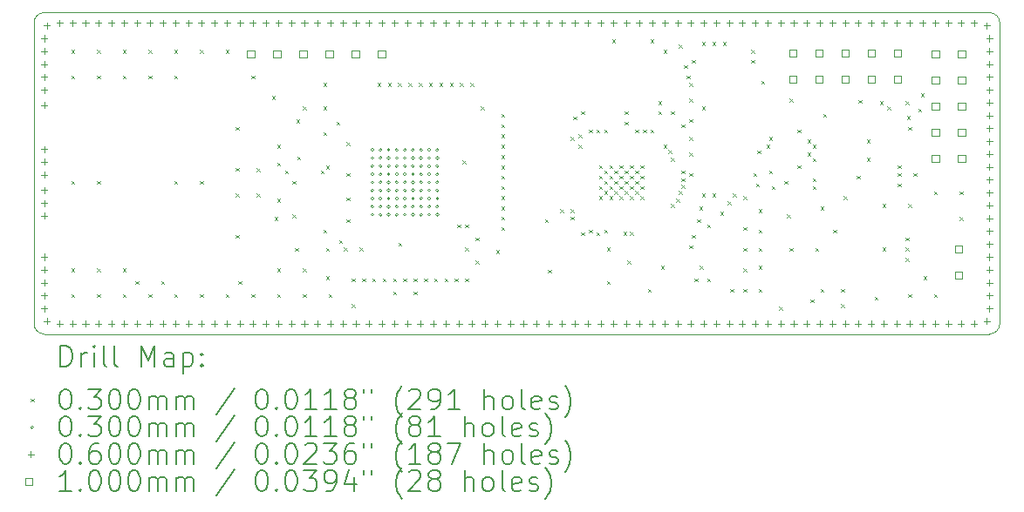
<source format=gbr>
%TF.GenerationSoftware,KiCad,Pcbnew,8.0.3*%
%TF.CreationDate,2024-06-24T09:54:49+02:00*%
%TF.ProjectId,Phase Amplitude Detector,50686173-6520-4416-9d70-6c6974756465,rev?*%
%TF.SameCoordinates,Original*%
%TF.FileFunction,Drillmap*%
%TF.FilePolarity,Positive*%
%FSLAX45Y45*%
G04 Gerber Fmt 4.5, Leading zero omitted, Abs format (unit mm)*
G04 Created by KiCad (PCBNEW 8.0.3) date 2024-06-24 09:54:49*
%MOMM*%
%LPD*%
G01*
G04 APERTURE LIST*
%ADD10C,0.050000*%
%ADD11C,0.200000*%
%ADD12C,0.100000*%
G04 APERTURE END LIST*
D10*
X14999384Y-4748884D02*
X5824384Y-4748884D01*
X15099384Y-7773884D02*
X15099384Y-4848884D01*
X15099384Y-7773884D02*
G75*
G02*
X14999384Y-7873884I-100004J4D01*
G01*
X5824384Y-7873884D02*
X14999384Y-7873884D01*
X5824384Y-7873884D02*
G75*
G02*
X5724376Y-7773884I-4J100004D01*
G01*
X5724384Y-4848884D02*
X5724384Y-7773884D01*
X5724384Y-4848884D02*
G75*
G02*
X5824384Y-4748884I99996J4D01*
G01*
X14999384Y-4748884D02*
G75*
G02*
X15099376Y-4848884I-4J-99996D01*
G01*
D11*
D12*
X6085000Y-5110000D02*
X6115000Y-5140000D01*
X6115000Y-5110000D02*
X6085000Y-5140000D01*
X6085000Y-5360000D02*
X6115000Y-5390000D01*
X6115000Y-5360000D02*
X6085000Y-5390000D01*
X6085000Y-6385000D02*
X6115000Y-6415000D01*
X6115000Y-6385000D02*
X6085000Y-6415000D01*
X6085000Y-7235000D02*
X6115000Y-7265000D01*
X6115000Y-7235000D02*
X6085000Y-7265000D01*
X6085000Y-7485000D02*
X6115000Y-7515000D01*
X6115000Y-7485000D02*
X6085000Y-7515000D01*
X6335000Y-5110000D02*
X6365000Y-5140000D01*
X6365000Y-5110000D02*
X6335000Y-5140000D01*
X6335000Y-5360000D02*
X6365000Y-5390000D01*
X6365000Y-5360000D02*
X6335000Y-5390000D01*
X6335000Y-6385000D02*
X6365000Y-6415000D01*
X6365000Y-6385000D02*
X6335000Y-6415000D01*
X6335000Y-7235000D02*
X6365000Y-7265000D01*
X6365000Y-7235000D02*
X6335000Y-7265000D01*
X6335000Y-7485000D02*
X6365000Y-7515000D01*
X6365000Y-7485000D02*
X6335000Y-7515000D01*
X6585000Y-5110000D02*
X6615000Y-5140000D01*
X6615000Y-5110000D02*
X6585000Y-5140000D01*
X6585000Y-5360000D02*
X6615000Y-5390000D01*
X6615000Y-5360000D02*
X6585000Y-5390000D01*
X6585000Y-7235000D02*
X6615000Y-7265000D01*
X6615000Y-7235000D02*
X6585000Y-7265000D01*
X6585000Y-7485000D02*
X6615000Y-7515000D01*
X6615000Y-7485000D02*
X6585000Y-7515000D01*
X6710000Y-7360000D02*
X6740000Y-7390000D01*
X6740000Y-7360000D02*
X6710000Y-7390000D01*
X6835000Y-5110000D02*
X6865000Y-5140000D01*
X6865000Y-5110000D02*
X6835000Y-5140000D01*
X6835000Y-5360000D02*
X6865000Y-5390000D01*
X6865000Y-5360000D02*
X6835000Y-5390000D01*
X6835000Y-7485000D02*
X6865000Y-7515000D01*
X6865000Y-7485000D02*
X6835000Y-7515000D01*
X6960000Y-7360000D02*
X6990000Y-7390000D01*
X6990000Y-7360000D02*
X6960000Y-7390000D01*
X7085000Y-5110000D02*
X7115000Y-5140000D01*
X7115000Y-5110000D02*
X7085000Y-5140000D01*
X7085000Y-5360000D02*
X7115000Y-5390000D01*
X7115000Y-5360000D02*
X7085000Y-5390000D01*
X7085000Y-6385000D02*
X7115000Y-6415000D01*
X7115000Y-6385000D02*
X7085000Y-6415000D01*
X7085000Y-7485000D02*
X7115000Y-7515000D01*
X7115000Y-7485000D02*
X7085000Y-7515000D01*
X7335000Y-5110000D02*
X7365000Y-5140000D01*
X7365000Y-5110000D02*
X7335000Y-5140000D01*
X7335000Y-6385000D02*
X7365000Y-6415000D01*
X7365000Y-6385000D02*
X7335000Y-6415000D01*
X7335000Y-7485000D02*
X7365000Y-7515000D01*
X7365000Y-7485000D02*
X7335000Y-7515000D01*
X7585000Y-5110000D02*
X7615000Y-5140000D01*
X7615000Y-5110000D02*
X7585000Y-5140000D01*
X7585000Y-7485000D02*
X7615000Y-7515000D01*
X7615000Y-7485000D02*
X7585000Y-7515000D01*
X7684384Y-5858884D02*
X7714384Y-5888884D01*
X7714384Y-5858884D02*
X7684384Y-5888884D01*
X7684384Y-6258884D02*
X7714384Y-6288884D01*
X7714384Y-6258884D02*
X7684384Y-6288884D01*
X7684384Y-6508884D02*
X7714384Y-6538884D01*
X7714384Y-6508884D02*
X7684384Y-6538884D01*
X7684384Y-6908884D02*
X7714384Y-6938884D01*
X7714384Y-6908884D02*
X7684384Y-6938884D01*
X7710000Y-7360000D02*
X7740000Y-7390000D01*
X7740000Y-7360000D02*
X7710000Y-7390000D01*
X7835000Y-5360000D02*
X7865000Y-5390000D01*
X7865000Y-5360000D02*
X7835000Y-5390000D01*
X7835000Y-7485000D02*
X7865000Y-7515000D01*
X7865000Y-7485000D02*
X7835000Y-7515000D01*
X7885000Y-6260000D02*
X7915000Y-6290000D01*
X7915000Y-6260000D02*
X7885000Y-6290000D01*
X7885000Y-6510000D02*
X7915000Y-6540000D01*
X7915000Y-6510000D02*
X7885000Y-6540000D01*
X8035000Y-5560000D02*
X8065000Y-5590000D01*
X8065000Y-5560000D02*
X8035000Y-5590000D01*
X8060000Y-6735000D02*
X8090000Y-6765000D01*
X8090000Y-6735000D02*
X8060000Y-6765000D01*
X8084384Y-6208884D02*
X8114384Y-6238884D01*
X8114384Y-6208884D02*
X8084384Y-6238884D01*
X8084384Y-6558884D02*
X8114384Y-6588884D01*
X8114384Y-6558884D02*
X8084384Y-6588884D01*
X8085000Y-6035000D02*
X8115000Y-6065000D01*
X8115000Y-6035000D02*
X8085000Y-6065000D01*
X8085000Y-7235000D02*
X8115000Y-7265000D01*
X8115000Y-7235000D02*
X8085000Y-7265000D01*
X8085000Y-7485000D02*
X8115000Y-7515000D01*
X8115000Y-7485000D02*
X8085000Y-7515000D01*
X8159384Y-6283884D02*
X8189384Y-6313884D01*
X8189384Y-6283884D02*
X8159384Y-6313884D01*
X8235000Y-6383884D02*
X8265000Y-6413884D01*
X8265000Y-6383884D02*
X8235000Y-6413884D01*
X8235000Y-6710000D02*
X8265000Y-6740000D01*
X8265000Y-6710000D02*
X8235000Y-6740000D01*
X8260000Y-7035000D02*
X8290000Y-7065000D01*
X8290000Y-7035000D02*
X8260000Y-7065000D01*
X8269468Y-5785979D02*
X8299468Y-5815979D01*
X8299468Y-5785979D02*
X8269468Y-5815979D01*
X8281082Y-6149715D02*
X8311082Y-6179715D01*
X8311082Y-6149715D02*
X8281082Y-6179715D01*
X8335000Y-5660000D02*
X8365000Y-5690000D01*
X8365000Y-5660000D02*
X8335000Y-5690000D01*
X8335000Y-7235000D02*
X8365000Y-7265000D01*
X8365000Y-7235000D02*
X8335000Y-7265000D01*
X8335000Y-7485000D02*
X8365000Y-7515000D01*
X8365000Y-7485000D02*
X8335000Y-7515000D01*
X8509384Y-6283884D02*
X8539384Y-6313884D01*
X8539384Y-6283884D02*
X8509384Y-6313884D01*
X8534384Y-5433884D02*
X8564384Y-5463884D01*
X8564384Y-5433884D02*
X8534384Y-5463884D01*
X8535000Y-5660000D02*
X8565000Y-5690000D01*
X8565000Y-5660000D02*
X8535000Y-5690000D01*
X8535000Y-5910000D02*
X8565000Y-5940000D01*
X8565000Y-5910000D02*
X8535000Y-5940000D01*
X8535000Y-6860000D02*
X8565000Y-6890000D01*
X8565000Y-6860000D02*
X8535000Y-6890000D01*
X8560000Y-6235000D02*
X8590000Y-6265000D01*
X8590000Y-6235000D02*
X8560000Y-6265000D01*
X8560000Y-7035000D02*
X8590000Y-7065000D01*
X8590000Y-7035000D02*
X8560000Y-7065000D01*
X8560000Y-7310000D02*
X8590000Y-7340000D01*
X8590000Y-7310000D02*
X8560000Y-7340000D01*
X8585000Y-7485000D02*
X8615000Y-7515000D01*
X8615000Y-7485000D02*
X8585000Y-7515000D01*
X8659384Y-5808884D02*
X8689384Y-5838884D01*
X8689384Y-5808884D02*
X8659384Y-5838884D01*
X8684384Y-6958884D02*
X8714384Y-6988884D01*
X8714384Y-6958884D02*
X8684384Y-6988884D01*
X8734384Y-7033884D02*
X8764384Y-7063884D01*
X8764384Y-7033884D02*
X8734384Y-7063884D01*
X8759384Y-6008884D02*
X8789384Y-6038884D01*
X8789384Y-6008884D02*
X8759384Y-6038884D01*
X8759384Y-6308884D02*
X8789384Y-6338884D01*
X8789384Y-6308884D02*
X8759384Y-6338884D01*
X8759384Y-6545834D02*
X8789384Y-6575834D01*
X8789384Y-6545834D02*
X8759384Y-6575834D01*
X8759384Y-6758884D02*
X8789384Y-6788884D01*
X8789384Y-6758884D02*
X8759384Y-6788884D01*
X8809384Y-7333884D02*
X8839384Y-7363884D01*
X8839384Y-7333884D02*
X8809384Y-7363884D01*
X8810000Y-7585000D02*
X8840000Y-7615000D01*
X8840000Y-7585000D02*
X8810000Y-7615000D01*
X8884384Y-7033884D02*
X8914384Y-7063884D01*
X8914384Y-7033884D02*
X8884384Y-7063884D01*
X8909384Y-7333884D02*
X8939384Y-7363884D01*
X8939384Y-7333884D02*
X8909384Y-7363884D01*
X9009384Y-7333884D02*
X9039384Y-7363884D01*
X9039384Y-7333884D02*
X9009384Y-7363884D01*
X9059384Y-5433884D02*
X9089384Y-5463884D01*
X9089384Y-5433884D02*
X9059384Y-5463884D01*
X9109384Y-7333884D02*
X9139384Y-7363884D01*
X9139384Y-7333884D02*
X9109384Y-7363884D01*
X9159384Y-5433884D02*
X9189384Y-5463884D01*
X9189384Y-5433884D02*
X9159384Y-5463884D01*
X9209384Y-7333884D02*
X9239384Y-7363884D01*
X9239384Y-7333884D02*
X9209384Y-7363884D01*
X9210000Y-7460000D02*
X9240000Y-7490000D01*
X9240000Y-7460000D02*
X9210000Y-7490000D01*
X9259384Y-5433884D02*
X9289384Y-5463884D01*
X9289384Y-5433884D02*
X9259384Y-5463884D01*
X9260000Y-6985000D02*
X9290000Y-7015000D01*
X9290000Y-6985000D02*
X9260000Y-7015000D01*
X9309384Y-7333884D02*
X9339384Y-7363884D01*
X9339384Y-7333884D02*
X9309384Y-7363884D01*
X9359384Y-5433884D02*
X9389384Y-5463884D01*
X9389384Y-5433884D02*
X9359384Y-5463884D01*
X9409384Y-7333884D02*
X9439384Y-7363884D01*
X9439384Y-7333884D02*
X9409384Y-7363884D01*
X9410000Y-7460000D02*
X9440000Y-7490000D01*
X9440000Y-7460000D02*
X9410000Y-7490000D01*
X9459384Y-5433884D02*
X9489384Y-5463884D01*
X9489384Y-5433884D02*
X9459384Y-5463884D01*
X9509384Y-7333884D02*
X9539384Y-7363884D01*
X9539384Y-7333884D02*
X9509384Y-7363884D01*
X9559384Y-5433884D02*
X9589384Y-5463884D01*
X9589384Y-5433884D02*
X9559384Y-5463884D01*
X9609384Y-7333884D02*
X9639384Y-7363884D01*
X9639384Y-7333884D02*
X9609384Y-7363884D01*
X9659384Y-5433884D02*
X9689384Y-5463884D01*
X9689384Y-5433884D02*
X9659384Y-5463884D01*
X9709384Y-7333884D02*
X9739384Y-7363884D01*
X9739384Y-7333884D02*
X9709384Y-7363884D01*
X9759384Y-5433884D02*
X9789384Y-5463884D01*
X9789384Y-5433884D02*
X9759384Y-5463884D01*
X9809384Y-7333884D02*
X9839384Y-7363884D01*
X9839384Y-7333884D02*
X9809384Y-7363884D01*
X9834384Y-6808884D02*
X9864384Y-6838884D01*
X9864384Y-6808884D02*
X9834384Y-6838884D01*
X9859384Y-5433884D02*
X9889384Y-5463884D01*
X9889384Y-5433884D02*
X9859384Y-5463884D01*
X9885000Y-6185000D02*
X9915000Y-6215000D01*
X9915000Y-6185000D02*
X9885000Y-6215000D01*
X9909384Y-6808884D02*
X9939384Y-6838884D01*
X9939384Y-6808884D02*
X9909384Y-6838884D01*
X9909384Y-7033884D02*
X9939384Y-7063884D01*
X9939384Y-7033884D02*
X9909384Y-7063884D01*
X9909384Y-7333884D02*
X9939384Y-7363884D01*
X9939384Y-7333884D02*
X9909384Y-7363884D01*
X9959384Y-5433884D02*
X9989384Y-5463884D01*
X9989384Y-5433884D02*
X9959384Y-5463884D01*
X10009384Y-6933884D02*
X10039384Y-6963884D01*
X10039384Y-6933884D02*
X10009384Y-6963884D01*
X10009384Y-7158884D02*
X10039384Y-7188884D01*
X10039384Y-7158884D02*
X10009384Y-7188884D01*
X10060000Y-5660000D02*
X10090000Y-5690000D01*
X10090000Y-5660000D02*
X10060000Y-5690000D01*
X10209384Y-7058884D02*
X10239384Y-7088884D01*
X10239384Y-7058884D02*
X10209384Y-7088884D01*
X10259384Y-5733884D02*
X10289384Y-5763884D01*
X10289384Y-5733884D02*
X10259384Y-5763884D01*
X10259384Y-5833884D02*
X10289384Y-5863884D01*
X10289384Y-5833884D02*
X10259384Y-5863884D01*
X10259384Y-5933884D02*
X10289384Y-5963884D01*
X10289384Y-5933884D02*
X10259384Y-5963884D01*
X10259384Y-6033884D02*
X10289384Y-6063884D01*
X10289384Y-6033884D02*
X10259384Y-6063884D01*
X10259384Y-6133884D02*
X10289384Y-6163884D01*
X10289384Y-6133884D02*
X10259384Y-6163884D01*
X10259384Y-6333884D02*
X10289384Y-6363884D01*
X10289384Y-6333884D02*
X10259384Y-6363884D01*
X10259384Y-6433884D02*
X10289384Y-6463884D01*
X10289384Y-6433884D02*
X10259384Y-6463884D01*
X10259384Y-6533884D02*
X10289384Y-6563884D01*
X10289384Y-6533884D02*
X10259384Y-6563884D01*
X10259384Y-6633884D02*
X10289384Y-6663884D01*
X10289384Y-6633884D02*
X10259384Y-6663884D01*
X10259384Y-6733884D02*
X10289384Y-6763884D01*
X10289384Y-6733884D02*
X10259384Y-6763884D01*
X10259384Y-6833884D02*
X10289384Y-6863884D01*
X10289384Y-6833884D02*
X10259384Y-6863884D01*
X10260000Y-6235000D02*
X10290000Y-6265000D01*
X10290000Y-6235000D02*
X10260000Y-6265000D01*
X10684384Y-6758884D02*
X10714384Y-6788884D01*
X10714384Y-6758884D02*
X10684384Y-6788884D01*
X10712208Y-7249138D02*
X10742208Y-7279138D01*
X10742208Y-7249138D02*
X10712208Y-7279138D01*
X10834384Y-6658884D02*
X10864384Y-6688884D01*
X10864384Y-6658884D02*
X10834384Y-6688884D01*
X10934384Y-5958884D02*
X10964384Y-5988884D01*
X10964384Y-5958884D02*
X10934384Y-5988884D01*
X10934384Y-6658884D02*
X10964384Y-6688884D01*
X10964384Y-6658884D02*
X10934384Y-6688884D01*
X10934384Y-6733884D02*
X10964384Y-6763884D01*
X10964384Y-6733884D02*
X10934384Y-6763884D01*
X10959384Y-5758884D02*
X10989384Y-5788884D01*
X10989384Y-5758884D02*
X10959384Y-5788884D01*
X11009384Y-5933884D02*
X11039384Y-5963884D01*
X11039384Y-5933884D02*
X11009384Y-5963884D01*
X11009384Y-6033884D02*
X11039384Y-6063884D01*
X11039384Y-6033884D02*
X11009384Y-6063884D01*
X11034384Y-5708884D02*
X11064384Y-5738884D01*
X11064384Y-5708884D02*
X11034384Y-5738884D01*
X11034384Y-6883884D02*
X11064384Y-6913884D01*
X11064384Y-6883884D02*
X11034384Y-6913884D01*
X11109384Y-5883884D02*
X11139384Y-5913884D01*
X11139384Y-5883884D02*
X11109384Y-5913884D01*
X11109384Y-6858884D02*
X11139384Y-6888884D01*
X11139384Y-6858884D02*
X11109384Y-6888884D01*
X11184384Y-5883884D02*
X11214384Y-5913884D01*
X11214384Y-5883884D02*
X11184384Y-5913884D01*
X11184384Y-6883884D02*
X11214384Y-6913884D01*
X11214384Y-6883884D02*
X11184384Y-6913884D01*
X11209384Y-6233884D02*
X11239384Y-6263884D01*
X11239384Y-6233884D02*
X11209384Y-6263884D01*
X11209384Y-6333884D02*
X11239384Y-6363884D01*
X11239384Y-6333884D02*
X11209384Y-6363884D01*
X11209384Y-6433884D02*
X11239384Y-6463884D01*
X11239384Y-6433884D02*
X11209384Y-6463884D01*
X11209384Y-6533884D02*
X11239384Y-6563884D01*
X11239384Y-6533884D02*
X11209384Y-6563884D01*
X11259384Y-5883884D02*
X11289384Y-5913884D01*
X11289384Y-5883884D02*
X11259384Y-5913884D01*
X11259384Y-6283884D02*
X11289384Y-6313884D01*
X11289384Y-6283884D02*
X11259384Y-6313884D01*
X11259384Y-6383884D02*
X11289384Y-6413884D01*
X11289384Y-6383884D02*
X11259384Y-6413884D01*
X11259384Y-6483884D02*
X11289384Y-6513884D01*
X11289384Y-6483884D02*
X11259384Y-6513884D01*
X11259384Y-6858884D02*
X11289384Y-6888884D01*
X11289384Y-6858884D02*
X11259384Y-6888884D01*
X11284384Y-7033884D02*
X11314384Y-7063884D01*
X11314384Y-7033884D02*
X11284384Y-7063884D01*
X11284384Y-7358884D02*
X11314384Y-7388884D01*
X11314384Y-7358884D02*
X11284384Y-7388884D01*
X11309384Y-6233884D02*
X11339384Y-6263884D01*
X11339384Y-6233884D02*
X11309384Y-6263884D01*
X11309384Y-6333884D02*
X11339384Y-6363884D01*
X11339384Y-6333884D02*
X11309384Y-6363884D01*
X11309384Y-6433884D02*
X11339384Y-6463884D01*
X11339384Y-6433884D02*
X11309384Y-6463884D01*
X11309384Y-6533884D02*
X11339384Y-6563884D01*
X11339384Y-6533884D02*
X11309384Y-6563884D01*
X11335000Y-5010000D02*
X11365000Y-5040000D01*
X11365000Y-5010000D02*
X11335000Y-5040000D01*
X11359384Y-6283884D02*
X11389384Y-6313884D01*
X11389384Y-6283884D02*
X11359384Y-6313884D01*
X11359384Y-6383884D02*
X11389384Y-6413884D01*
X11389384Y-6383884D02*
X11359384Y-6413884D01*
X11359384Y-6483884D02*
X11389384Y-6513884D01*
X11389384Y-6483884D02*
X11359384Y-6513884D01*
X11409384Y-6233884D02*
X11439384Y-6263884D01*
X11439384Y-6233884D02*
X11409384Y-6263884D01*
X11409384Y-6333884D02*
X11439384Y-6363884D01*
X11439384Y-6333884D02*
X11409384Y-6363884D01*
X11409384Y-6433884D02*
X11439384Y-6463884D01*
X11439384Y-6433884D02*
X11409384Y-6463884D01*
X11409384Y-6533884D02*
X11439384Y-6563884D01*
X11439384Y-6533884D02*
X11409384Y-6563884D01*
X11444566Y-6878701D02*
X11474566Y-6908701D01*
X11474566Y-6878701D02*
X11444566Y-6908701D01*
X11459384Y-5708884D02*
X11489384Y-5738884D01*
X11489384Y-5708884D02*
X11459384Y-5738884D01*
X11459384Y-5808884D02*
X11489384Y-5838884D01*
X11489384Y-5808884D02*
X11459384Y-5838884D01*
X11459384Y-6283884D02*
X11489384Y-6313884D01*
X11489384Y-6283884D02*
X11459384Y-6313884D01*
X11459384Y-6383884D02*
X11489384Y-6413884D01*
X11489384Y-6383884D02*
X11459384Y-6413884D01*
X11459384Y-6483884D02*
X11489384Y-6513884D01*
X11489384Y-6483884D02*
X11459384Y-6513884D01*
X11484384Y-7158884D02*
X11514384Y-7188884D01*
X11514384Y-7158884D02*
X11484384Y-7188884D01*
X11507614Y-6878884D02*
X11537614Y-6908884D01*
X11537614Y-6878884D02*
X11507614Y-6908884D01*
X11509384Y-6233884D02*
X11539384Y-6263884D01*
X11539384Y-6233884D02*
X11509384Y-6263884D01*
X11509384Y-6333884D02*
X11539384Y-6363884D01*
X11539384Y-6333884D02*
X11509384Y-6363884D01*
X11509384Y-6433884D02*
X11539384Y-6463884D01*
X11539384Y-6433884D02*
X11509384Y-6463884D01*
X11509384Y-6533884D02*
X11539384Y-6563884D01*
X11539384Y-6533884D02*
X11509384Y-6563884D01*
X11559384Y-5883884D02*
X11589384Y-5913884D01*
X11589384Y-5883884D02*
X11559384Y-5913884D01*
X11559384Y-6283884D02*
X11589384Y-6313884D01*
X11589384Y-6283884D02*
X11559384Y-6313884D01*
X11559384Y-6383884D02*
X11589384Y-6413884D01*
X11589384Y-6383884D02*
X11559384Y-6413884D01*
X11559384Y-6483884D02*
X11589384Y-6513884D01*
X11589384Y-6483884D02*
X11559384Y-6513884D01*
X11609384Y-6233884D02*
X11639384Y-6263884D01*
X11639384Y-6233884D02*
X11609384Y-6263884D01*
X11609384Y-6333884D02*
X11639384Y-6363884D01*
X11639384Y-6333884D02*
X11609384Y-6363884D01*
X11609384Y-6433884D02*
X11639384Y-6463884D01*
X11639384Y-6433884D02*
X11609384Y-6463884D01*
X11609384Y-6533884D02*
X11639384Y-6563884D01*
X11639384Y-6533884D02*
X11609384Y-6563884D01*
X11634384Y-5883884D02*
X11664384Y-5913884D01*
X11664384Y-5883884D02*
X11634384Y-5913884D01*
X11684384Y-7433884D02*
X11714384Y-7463884D01*
X11714384Y-7433884D02*
X11684384Y-7463884D01*
X11709384Y-5883884D02*
X11739384Y-5913884D01*
X11739384Y-5883884D02*
X11709384Y-5913884D01*
X11710000Y-5010000D02*
X11740000Y-5040000D01*
X11740000Y-5010000D02*
X11710000Y-5040000D01*
X11784384Y-5608884D02*
X11814384Y-5638884D01*
X11814384Y-5608884D02*
X11784384Y-5638884D01*
X11784384Y-5708884D02*
X11814384Y-5738884D01*
X11814384Y-5708884D02*
X11784384Y-5738884D01*
X11809384Y-7208884D02*
X11839384Y-7238884D01*
X11839384Y-7208884D02*
X11809384Y-7238884D01*
X11834384Y-6033884D02*
X11864384Y-6063884D01*
X11864384Y-6033884D02*
X11834384Y-6063884D01*
X11835000Y-5110000D02*
X11865000Y-5140000D01*
X11865000Y-5110000D02*
X11835000Y-5140000D01*
X11884384Y-6083884D02*
X11914384Y-6113884D01*
X11914384Y-6083884D02*
X11884384Y-6113884D01*
X11909384Y-5708884D02*
X11939384Y-5738884D01*
X11939384Y-5708884D02*
X11909384Y-5738884D01*
X11909384Y-6158884D02*
X11939384Y-6188884D01*
X11939384Y-6158884D02*
X11909384Y-6188884D01*
X11909384Y-6608884D02*
X11939384Y-6638884D01*
X11939384Y-6608884D02*
X11909384Y-6638884D01*
X11959384Y-6558884D02*
X11989384Y-6588884D01*
X11989384Y-6558884D02*
X11959384Y-6588884D01*
X11984382Y-6483884D02*
X12014382Y-6513884D01*
X12014382Y-6483884D02*
X11984382Y-6513884D01*
X11984384Y-5060000D02*
X12014384Y-5090000D01*
X12014384Y-5060000D02*
X11984384Y-5090000D01*
X12007307Y-6424249D02*
X12037307Y-6454249D01*
X12037307Y-6424249D02*
X12007307Y-6454249D01*
X12009384Y-5833884D02*
X12039384Y-5863884D01*
X12039384Y-5833884D02*
X12009384Y-5863884D01*
X12009384Y-6283884D02*
X12039384Y-6313884D01*
X12039384Y-6283884D02*
X12009384Y-6313884D01*
X12009384Y-6358884D02*
X12039384Y-6388884D01*
X12039384Y-6358884D02*
X12009384Y-6388884D01*
X12034384Y-5258884D02*
X12064384Y-5288884D01*
X12064384Y-5258884D02*
X12034384Y-5288884D01*
X12059384Y-5358884D02*
X12089384Y-5388884D01*
X12089384Y-5358884D02*
X12059384Y-5388884D01*
X12084384Y-5433884D02*
X12114384Y-5463884D01*
X12114384Y-5433884D02*
X12084384Y-5463884D01*
X12084384Y-5583884D02*
X12114384Y-5613884D01*
X12114384Y-5583884D02*
X12084384Y-5613884D01*
X12084384Y-5783884D02*
X12114384Y-5813884D01*
X12114384Y-5783884D02*
X12084384Y-5813884D01*
X12084384Y-5958884D02*
X12114384Y-5988884D01*
X12114384Y-5958884D02*
X12084384Y-5988884D01*
X12084384Y-6108884D02*
X12114384Y-6138884D01*
X12114384Y-6108884D02*
X12084384Y-6138884D01*
X12084384Y-6308884D02*
X12114384Y-6338884D01*
X12114384Y-6308884D02*
X12084384Y-6338884D01*
X12085000Y-7010000D02*
X12115000Y-7040000D01*
X12115000Y-7010000D02*
X12085000Y-7040000D01*
X12109384Y-5208884D02*
X12139384Y-5238884D01*
X12139384Y-5208884D02*
X12109384Y-5238884D01*
X12110000Y-6910000D02*
X12140000Y-6940000D01*
X12140000Y-6910000D02*
X12110000Y-6940000D01*
X12135000Y-7335000D02*
X12165000Y-7365000D01*
X12165000Y-7335000D02*
X12135000Y-7365000D01*
X12159384Y-6758884D02*
X12189384Y-6788884D01*
X12189384Y-6758884D02*
X12159384Y-6788884D01*
X12184384Y-6633884D02*
X12214384Y-6663884D01*
X12214384Y-6633884D02*
X12184384Y-6663884D01*
X12185000Y-7210000D02*
X12215000Y-7240000D01*
X12215000Y-7210000D02*
X12185000Y-7240000D01*
X12209384Y-5033884D02*
X12239384Y-5063884D01*
X12239384Y-5033884D02*
X12209384Y-5063884D01*
X12209384Y-5658884D02*
X12239384Y-5688884D01*
X12239384Y-5658884D02*
X12209384Y-5688884D01*
X12209384Y-6508884D02*
X12239384Y-6538884D01*
X12239384Y-6508884D02*
X12209384Y-6538884D01*
X12260000Y-6810000D02*
X12290000Y-6840000D01*
X12290000Y-6810000D02*
X12260000Y-6840000D01*
X12260000Y-7335000D02*
X12290000Y-7365000D01*
X12290000Y-7335000D02*
X12260000Y-7365000D01*
X12309384Y-5033884D02*
X12339384Y-5063884D01*
X12339384Y-5033884D02*
X12309384Y-5063884D01*
X12309384Y-6508884D02*
X12339384Y-6538884D01*
X12339384Y-6508884D02*
X12309384Y-6538884D01*
X12385000Y-6685000D02*
X12415000Y-6715000D01*
X12415000Y-6685000D02*
X12385000Y-6715000D01*
X12409384Y-5033884D02*
X12439384Y-5063884D01*
X12439384Y-5033884D02*
X12409384Y-5063884D01*
X12460000Y-6585000D02*
X12490000Y-6615000D01*
X12490000Y-6585000D02*
X12460000Y-6615000D01*
X12484384Y-7433884D02*
X12514384Y-7463884D01*
X12514384Y-7433884D02*
X12484384Y-7463884D01*
X12509384Y-6508884D02*
X12539384Y-6538884D01*
X12539384Y-6508884D02*
X12509384Y-6538884D01*
X12610000Y-6535000D02*
X12640000Y-6565000D01*
X12640000Y-6535000D02*
X12610000Y-6565000D01*
X12610000Y-6835000D02*
X12640000Y-6865000D01*
X12640000Y-6835000D02*
X12610000Y-6865000D01*
X12610000Y-7035000D02*
X12640000Y-7065000D01*
X12640000Y-7035000D02*
X12610000Y-7065000D01*
X12610000Y-7235000D02*
X12640000Y-7265000D01*
X12640000Y-7235000D02*
X12610000Y-7265000D01*
X12610000Y-7435000D02*
X12640000Y-7465000D01*
X12640000Y-7435000D02*
X12610000Y-7465000D01*
X12684384Y-5108884D02*
X12714384Y-5138884D01*
X12714384Y-5108884D02*
X12684384Y-5138884D01*
X12684384Y-5208884D02*
X12714384Y-5238884D01*
X12714384Y-5208884D02*
X12684384Y-5238884D01*
X12709384Y-6308884D02*
X12739384Y-6338884D01*
X12739384Y-6308884D02*
X12709384Y-6338884D01*
X12734384Y-6408884D02*
X12764384Y-6438884D01*
X12764384Y-6408884D02*
X12734384Y-6438884D01*
X12743815Y-6086982D02*
X12773815Y-6116982D01*
X12773815Y-6086982D02*
X12743815Y-6116982D01*
X12759384Y-6858884D02*
X12789384Y-6888884D01*
X12789384Y-6858884D02*
X12759384Y-6888884D01*
X12759384Y-7208884D02*
X12789384Y-7238884D01*
X12789384Y-7208884D02*
X12759384Y-7238884D01*
X12759384Y-7433884D02*
X12789384Y-7463884D01*
X12789384Y-7433884D02*
X12759384Y-7463884D01*
X12760000Y-6660000D02*
X12790000Y-6690000D01*
X12790000Y-6660000D02*
X12760000Y-6690000D01*
X12760000Y-7035000D02*
X12790000Y-7065000D01*
X12790000Y-7035000D02*
X12760000Y-7065000D01*
X12785000Y-5410000D02*
X12815000Y-5440000D01*
X12815000Y-5410000D02*
X12785000Y-5440000D01*
X12835000Y-6035000D02*
X12865000Y-6065000D01*
X12865000Y-6035000D02*
X12835000Y-6065000D01*
X12859384Y-5958884D02*
X12889384Y-5988884D01*
X12889384Y-5958884D02*
X12859384Y-5988884D01*
X12859384Y-6283884D02*
X12889384Y-6313884D01*
X12889384Y-6283884D02*
X12859384Y-6313884D01*
X12885000Y-6435000D02*
X12915000Y-6465000D01*
X12915000Y-6435000D02*
X12885000Y-6465000D01*
X12959384Y-7608884D02*
X12989384Y-7638884D01*
X12989384Y-7608884D02*
X12959384Y-7638884D01*
X13009384Y-6383884D02*
X13039384Y-6413884D01*
X13039384Y-6383884D02*
X13009384Y-6413884D01*
X13034384Y-6708884D02*
X13064384Y-6738884D01*
X13064384Y-6708884D02*
X13034384Y-6738884D01*
X13059384Y-5583884D02*
X13089384Y-5613884D01*
X13089384Y-5583884D02*
X13059384Y-5613884D01*
X13060000Y-7035000D02*
X13090000Y-7065000D01*
X13090000Y-7035000D02*
X13060000Y-7065000D01*
X13134384Y-5883884D02*
X13164384Y-5913884D01*
X13164384Y-5883884D02*
X13134384Y-5913884D01*
X13134384Y-6233884D02*
X13164384Y-6263884D01*
X13164384Y-6233884D02*
X13134384Y-6263884D01*
X13234384Y-5983884D02*
X13264384Y-6013884D01*
X13264384Y-5983884D02*
X13234384Y-6013884D01*
X13234384Y-6108884D02*
X13264384Y-6138884D01*
X13264384Y-6108884D02*
X13234384Y-6138884D01*
X13260000Y-7535000D02*
X13290000Y-7565000D01*
X13290000Y-7535000D02*
X13260000Y-7565000D01*
X13284384Y-6033884D02*
X13314384Y-6063884D01*
X13314384Y-6033884D02*
X13284384Y-6063884D01*
X13284384Y-6166384D02*
X13314384Y-6196384D01*
X13314384Y-6166384D02*
X13284384Y-6196384D01*
X13284384Y-6358884D02*
X13314384Y-6388884D01*
X13314384Y-6358884D02*
X13284384Y-6388884D01*
X13284384Y-6433884D02*
X13314384Y-6463884D01*
X13314384Y-6433884D02*
X13284384Y-6463884D01*
X13310000Y-7035000D02*
X13340000Y-7065000D01*
X13340000Y-7035000D02*
X13310000Y-7065000D01*
X13359384Y-6633884D02*
X13389384Y-6663884D01*
X13389384Y-6633884D02*
X13359384Y-6663884D01*
X13359384Y-7433884D02*
X13389384Y-7463884D01*
X13389384Y-7433884D02*
X13359384Y-7463884D01*
X13384384Y-5733884D02*
X13414384Y-5763884D01*
X13414384Y-5733884D02*
X13384384Y-5763884D01*
X13484384Y-6858884D02*
X13514384Y-6888884D01*
X13514384Y-6858884D02*
X13484384Y-6888884D01*
X13559384Y-7433884D02*
X13589384Y-7463884D01*
X13589384Y-7433884D02*
X13559384Y-7463884D01*
X13560000Y-7585000D02*
X13590000Y-7615000D01*
X13590000Y-7585000D02*
X13560000Y-7615000D01*
X13585000Y-6535000D02*
X13615000Y-6565000D01*
X13615000Y-6535000D02*
X13585000Y-6565000D01*
X13710000Y-6335000D02*
X13740000Y-6365000D01*
X13740000Y-6335000D02*
X13710000Y-6365000D01*
X13728348Y-5597029D02*
X13758348Y-5627029D01*
X13758348Y-5597029D02*
X13728348Y-5627029D01*
X13809384Y-5983884D02*
X13839384Y-6013884D01*
X13839384Y-5983884D02*
X13809384Y-6013884D01*
X13809384Y-6158884D02*
X13839384Y-6188884D01*
X13839384Y-6158884D02*
X13809384Y-6188884D01*
X13885000Y-7510000D02*
X13915000Y-7540000D01*
X13915000Y-7510000D02*
X13885000Y-7540000D01*
X13934384Y-5608884D02*
X13964384Y-5638884D01*
X13964384Y-5608884D02*
X13934384Y-5638884D01*
X13960000Y-6610000D02*
X13990000Y-6640000D01*
X13990000Y-6610000D02*
X13960000Y-6640000D01*
X13960000Y-7033884D02*
X13990000Y-7063884D01*
X13990000Y-7033884D02*
X13960000Y-7063884D01*
X14009384Y-5658884D02*
X14039384Y-5688884D01*
X14039384Y-5658884D02*
X14009384Y-5688884D01*
X14109384Y-6231384D02*
X14139384Y-6261384D01*
X14139384Y-6231384D02*
X14109384Y-6261384D01*
X14109384Y-6308884D02*
X14139384Y-6338884D01*
X14139384Y-6308884D02*
X14109384Y-6338884D01*
X14109384Y-6408884D02*
X14139384Y-6438884D01*
X14139384Y-6408884D02*
X14109384Y-6438884D01*
X14184384Y-5608884D02*
X14214384Y-5638884D01*
X14214384Y-5608884D02*
X14184384Y-5638884D01*
X14184384Y-6933884D02*
X14214384Y-6963884D01*
X14214384Y-6933884D02*
X14184384Y-6963884D01*
X14184384Y-7033884D02*
X14214384Y-7063884D01*
X14214384Y-7033884D02*
X14184384Y-7063884D01*
X14184384Y-7133884D02*
X14214384Y-7163884D01*
X14214384Y-7133884D02*
X14184384Y-7163884D01*
X14197519Y-5752529D02*
X14227519Y-5782529D01*
X14227519Y-5752529D02*
X14197519Y-5782529D01*
X14209384Y-5858884D02*
X14239384Y-5888884D01*
X14239384Y-5858884D02*
X14209384Y-5888884D01*
X14210000Y-6610000D02*
X14240000Y-6640000D01*
X14240000Y-6610000D02*
X14210000Y-6640000D01*
X14210000Y-7485000D02*
X14240000Y-7515000D01*
X14240000Y-7485000D02*
X14210000Y-7515000D01*
X14259384Y-6308884D02*
X14289384Y-6338884D01*
X14289384Y-6308884D02*
X14259384Y-6338884D01*
X14309384Y-5683884D02*
X14339384Y-5713884D01*
X14339384Y-5683884D02*
X14309384Y-5713884D01*
X14334384Y-5533884D02*
X14364384Y-5563884D01*
X14364384Y-5533884D02*
X14334384Y-5563884D01*
X14360000Y-7310000D02*
X14390000Y-7340000D01*
X14390000Y-7310000D02*
X14360000Y-7340000D01*
X14460000Y-6485000D02*
X14490000Y-6515000D01*
X14490000Y-6485000D02*
X14460000Y-6515000D01*
X14460000Y-7485000D02*
X14490000Y-7515000D01*
X14490000Y-7485000D02*
X14460000Y-7515000D01*
X14710000Y-6485000D02*
X14740000Y-6515000D01*
X14740000Y-6485000D02*
X14710000Y-6515000D01*
X14710000Y-6735000D02*
X14740000Y-6765000D01*
X14740000Y-6735000D02*
X14710000Y-6765000D01*
X9024424Y-6083924D02*
G75*
G02*
X8994424Y-6083924I-15000J0D01*
G01*
X8994424Y-6083924D02*
G75*
G02*
X9024424Y-6083924I15000J0D01*
G01*
X9024424Y-6162664D02*
G75*
G02*
X8994424Y-6162664I-15000J0D01*
G01*
X8994424Y-6162664D02*
G75*
G02*
X9024424Y-6162664I15000J0D01*
G01*
X9024424Y-6241404D02*
G75*
G02*
X8994424Y-6241404I-15000J0D01*
G01*
X8994424Y-6241404D02*
G75*
G02*
X9024424Y-6241404I15000J0D01*
G01*
X9024424Y-6320144D02*
G75*
G02*
X8994424Y-6320144I-15000J0D01*
G01*
X8994424Y-6320144D02*
G75*
G02*
X9024424Y-6320144I15000J0D01*
G01*
X9024424Y-6398884D02*
G75*
G02*
X8994424Y-6398884I-15000J0D01*
G01*
X8994424Y-6398884D02*
G75*
G02*
X9024424Y-6398884I15000J0D01*
G01*
X9024424Y-6477624D02*
G75*
G02*
X8994424Y-6477624I-15000J0D01*
G01*
X8994424Y-6477624D02*
G75*
G02*
X9024424Y-6477624I15000J0D01*
G01*
X9024424Y-6556364D02*
G75*
G02*
X8994424Y-6556364I-15000J0D01*
G01*
X8994424Y-6556364D02*
G75*
G02*
X9024424Y-6556364I15000J0D01*
G01*
X9024424Y-6635104D02*
G75*
G02*
X8994424Y-6635104I-15000J0D01*
G01*
X8994424Y-6635104D02*
G75*
G02*
X9024424Y-6635104I15000J0D01*
G01*
X9024424Y-6713844D02*
G75*
G02*
X8994424Y-6713844I-15000J0D01*
G01*
X8994424Y-6713844D02*
G75*
G02*
X9024424Y-6713844I15000J0D01*
G01*
X9103164Y-6083924D02*
G75*
G02*
X9073164Y-6083924I-15000J0D01*
G01*
X9073164Y-6083924D02*
G75*
G02*
X9103164Y-6083924I15000J0D01*
G01*
X9103164Y-6162664D02*
G75*
G02*
X9073164Y-6162664I-15000J0D01*
G01*
X9073164Y-6162664D02*
G75*
G02*
X9103164Y-6162664I15000J0D01*
G01*
X9103164Y-6241404D02*
G75*
G02*
X9073164Y-6241404I-15000J0D01*
G01*
X9073164Y-6241404D02*
G75*
G02*
X9103164Y-6241404I15000J0D01*
G01*
X9103164Y-6320144D02*
G75*
G02*
X9073164Y-6320144I-15000J0D01*
G01*
X9073164Y-6320144D02*
G75*
G02*
X9103164Y-6320144I15000J0D01*
G01*
X9103164Y-6398884D02*
G75*
G02*
X9073164Y-6398884I-15000J0D01*
G01*
X9073164Y-6398884D02*
G75*
G02*
X9103164Y-6398884I15000J0D01*
G01*
X9103164Y-6477624D02*
G75*
G02*
X9073164Y-6477624I-15000J0D01*
G01*
X9073164Y-6477624D02*
G75*
G02*
X9103164Y-6477624I15000J0D01*
G01*
X9103164Y-6556364D02*
G75*
G02*
X9073164Y-6556364I-15000J0D01*
G01*
X9073164Y-6556364D02*
G75*
G02*
X9103164Y-6556364I15000J0D01*
G01*
X9103164Y-6635104D02*
G75*
G02*
X9073164Y-6635104I-15000J0D01*
G01*
X9073164Y-6635104D02*
G75*
G02*
X9103164Y-6635104I15000J0D01*
G01*
X9103164Y-6713844D02*
G75*
G02*
X9073164Y-6713844I-15000J0D01*
G01*
X9073164Y-6713844D02*
G75*
G02*
X9103164Y-6713844I15000J0D01*
G01*
X9181904Y-6083924D02*
G75*
G02*
X9151904Y-6083924I-15000J0D01*
G01*
X9151904Y-6083924D02*
G75*
G02*
X9181904Y-6083924I15000J0D01*
G01*
X9181904Y-6162664D02*
G75*
G02*
X9151904Y-6162664I-15000J0D01*
G01*
X9151904Y-6162664D02*
G75*
G02*
X9181904Y-6162664I15000J0D01*
G01*
X9181904Y-6241404D02*
G75*
G02*
X9151904Y-6241404I-15000J0D01*
G01*
X9151904Y-6241404D02*
G75*
G02*
X9181904Y-6241404I15000J0D01*
G01*
X9181904Y-6320144D02*
G75*
G02*
X9151904Y-6320144I-15000J0D01*
G01*
X9151904Y-6320144D02*
G75*
G02*
X9181904Y-6320144I15000J0D01*
G01*
X9181904Y-6398884D02*
G75*
G02*
X9151904Y-6398884I-15000J0D01*
G01*
X9151904Y-6398884D02*
G75*
G02*
X9181904Y-6398884I15000J0D01*
G01*
X9181904Y-6477624D02*
G75*
G02*
X9151904Y-6477624I-15000J0D01*
G01*
X9151904Y-6477624D02*
G75*
G02*
X9181904Y-6477624I15000J0D01*
G01*
X9181904Y-6556364D02*
G75*
G02*
X9151904Y-6556364I-15000J0D01*
G01*
X9151904Y-6556364D02*
G75*
G02*
X9181904Y-6556364I15000J0D01*
G01*
X9181904Y-6635104D02*
G75*
G02*
X9151904Y-6635104I-15000J0D01*
G01*
X9151904Y-6635104D02*
G75*
G02*
X9181904Y-6635104I15000J0D01*
G01*
X9181904Y-6713844D02*
G75*
G02*
X9151904Y-6713844I-15000J0D01*
G01*
X9151904Y-6713844D02*
G75*
G02*
X9181904Y-6713844I15000J0D01*
G01*
X9260644Y-6083924D02*
G75*
G02*
X9230644Y-6083924I-15000J0D01*
G01*
X9230644Y-6083924D02*
G75*
G02*
X9260644Y-6083924I15000J0D01*
G01*
X9260644Y-6162664D02*
G75*
G02*
X9230644Y-6162664I-15000J0D01*
G01*
X9230644Y-6162664D02*
G75*
G02*
X9260644Y-6162664I15000J0D01*
G01*
X9260644Y-6241404D02*
G75*
G02*
X9230644Y-6241404I-15000J0D01*
G01*
X9230644Y-6241404D02*
G75*
G02*
X9260644Y-6241404I15000J0D01*
G01*
X9260644Y-6320144D02*
G75*
G02*
X9230644Y-6320144I-15000J0D01*
G01*
X9230644Y-6320144D02*
G75*
G02*
X9260644Y-6320144I15000J0D01*
G01*
X9260644Y-6398884D02*
G75*
G02*
X9230644Y-6398884I-15000J0D01*
G01*
X9230644Y-6398884D02*
G75*
G02*
X9260644Y-6398884I15000J0D01*
G01*
X9260644Y-6477624D02*
G75*
G02*
X9230644Y-6477624I-15000J0D01*
G01*
X9230644Y-6477624D02*
G75*
G02*
X9260644Y-6477624I15000J0D01*
G01*
X9260644Y-6556364D02*
G75*
G02*
X9230644Y-6556364I-15000J0D01*
G01*
X9230644Y-6556364D02*
G75*
G02*
X9260644Y-6556364I15000J0D01*
G01*
X9260644Y-6635104D02*
G75*
G02*
X9230644Y-6635104I-15000J0D01*
G01*
X9230644Y-6635104D02*
G75*
G02*
X9260644Y-6635104I15000J0D01*
G01*
X9260644Y-6713844D02*
G75*
G02*
X9230644Y-6713844I-15000J0D01*
G01*
X9230644Y-6713844D02*
G75*
G02*
X9260644Y-6713844I15000J0D01*
G01*
X9339384Y-6083924D02*
G75*
G02*
X9309384Y-6083924I-15000J0D01*
G01*
X9309384Y-6083924D02*
G75*
G02*
X9339384Y-6083924I15000J0D01*
G01*
X9339384Y-6162664D02*
G75*
G02*
X9309384Y-6162664I-15000J0D01*
G01*
X9309384Y-6162664D02*
G75*
G02*
X9339384Y-6162664I15000J0D01*
G01*
X9339384Y-6241404D02*
G75*
G02*
X9309384Y-6241404I-15000J0D01*
G01*
X9309384Y-6241404D02*
G75*
G02*
X9339384Y-6241404I15000J0D01*
G01*
X9339384Y-6320144D02*
G75*
G02*
X9309384Y-6320144I-15000J0D01*
G01*
X9309384Y-6320144D02*
G75*
G02*
X9339384Y-6320144I15000J0D01*
G01*
X9339384Y-6398884D02*
G75*
G02*
X9309384Y-6398884I-15000J0D01*
G01*
X9309384Y-6398884D02*
G75*
G02*
X9339384Y-6398884I15000J0D01*
G01*
X9339384Y-6477624D02*
G75*
G02*
X9309384Y-6477624I-15000J0D01*
G01*
X9309384Y-6477624D02*
G75*
G02*
X9339384Y-6477624I15000J0D01*
G01*
X9339384Y-6556364D02*
G75*
G02*
X9309384Y-6556364I-15000J0D01*
G01*
X9309384Y-6556364D02*
G75*
G02*
X9339384Y-6556364I15000J0D01*
G01*
X9339384Y-6635104D02*
G75*
G02*
X9309384Y-6635104I-15000J0D01*
G01*
X9309384Y-6635104D02*
G75*
G02*
X9339384Y-6635104I15000J0D01*
G01*
X9339384Y-6713844D02*
G75*
G02*
X9309384Y-6713844I-15000J0D01*
G01*
X9309384Y-6713844D02*
G75*
G02*
X9339384Y-6713844I15000J0D01*
G01*
X9418124Y-6083924D02*
G75*
G02*
X9388124Y-6083924I-15000J0D01*
G01*
X9388124Y-6083924D02*
G75*
G02*
X9418124Y-6083924I15000J0D01*
G01*
X9418124Y-6162664D02*
G75*
G02*
X9388124Y-6162664I-15000J0D01*
G01*
X9388124Y-6162664D02*
G75*
G02*
X9418124Y-6162664I15000J0D01*
G01*
X9418124Y-6241404D02*
G75*
G02*
X9388124Y-6241404I-15000J0D01*
G01*
X9388124Y-6241404D02*
G75*
G02*
X9418124Y-6241404I15000J0D01*
G01*
X9418124Y-6320144D02*
G75*
G02*
X9388124Y-6320144I-15000J0D01*
G01*
X9388124Y-6320144D02*
G75*
G02*
X9418124Y-6320144I15000J0D01*
G01*
X9418124Y-6398884D02*
G75*
G02*
X9388124Y-6398884I-15000J0D01*
G01*
X9388124Y-6398884D02*
G75*
G02*
X9418124Y-6398884I15000J0D01*
G01*
X9418124Y-6477624D02*
G75*
G02*
X9388124Y-6477624I-15000J0D01*
G01*
X9388124Y-6477624D02*
G75*
G02*
X9418124Y-6477624I15000J0D01*
G01*
X9418124Y-6556364D02*
G75*
G02*
X9388124Y-6556364I-15000J0D01*
G01*
X9388124Y-6556364D02*
G75*
G02*
X9418124Y-6556364I15000J0D01*
G01*
X9418124Y-6635104D02*
G75*
G02*
X9388124Y-6635104I-15000J0D01*
G01*
X9388124Y-6635104D02*
G75*
G02*
X9418124Y-6635104I15000J0D01*
G01*
X9418124Y-6713844D02*
G75*
G02*
X9388124Y-6713844I-15000J0D01*
G01*
X9388124Y-6713844D02*
G75*
G02*
X9418124Y-6713844I15000J0D01*
G01*
X9496864Y-6083924D02*
G75*
G02*
X9466864Y-6083924I-15000J0D01*
G01*
X9466864Y-6083924D02*
G75*
G02*
X9496864Y-6083924I15000J0D01*
G01*
X9496864Y-6162664D02*
G75*
G02*
X9466864Y-6162664I-15000J0D01*
G01*
X9466864Y-6162664D02*
G75*
G02*
X9496864Y-6162664I15000J0D01*
G01*
X9496864Y-6241404D02*
G75*
G02*
X9466864Y-6241404I-15000J0D01*
G01*
X9466864Y-6241404D02*
G75*
G02*
X9496864Y-6241404I15000J0D01*
G01*
X9496864Y-6320144D02*
G75*
G02*
X9466864Y-6320144I-15000J0D01*
G01*
X9466864Y-6320144D02*
G75*
G02*
X9496864Y-6320144I15000J0D01*
G01*
X9496864Y-6398884D02*
G75*
G02*
X9466864Y-6398884I-15000J0D01*
G01*
X9466864Y-6398884D02*
G75*
G02*
X9496864Y-6398884I15000J0D01*
G01*
X9496864Y-6477624D02*
G75*
G02*
X9466864Y-6477624I-15000J0D01*
G01*
X9466864Y-6477624D02*
G75*
G02*
X9496864Y-6477624I15000J0D01*
G01*
X9496864Y-6556364D02*
G75*
G02*
X9466864Y-6556364I-15000J0D01*
G01*
X9466864Y-6556364D02*
G75*
G02*
X9496864Y-6556364I15000J0D01*
G01*
X9496864Y-6635104D02*
G75*
G02*
X9466864Y-6635104I-15000J0D01*
G01*
X9466864Y-6635104D02*
G75*
G02*
X9496864Y-6635104I15000J0D01*
G01*
X9496864Y-6713844D02*
G75*
G02*
X9466864Y-6713844I-15000J0D01*
G01*
X9466864Y-6713844D02*
G75*
G02*
X9496864Y-6713844I15000J0D01*
G01*
X9575604Y-6083924D02*
G75*
G02*
X9545604Y-6083924I-15000J0D01*
G01*
X9545604Y-6083924D02*
G75*
G02*
X9575604Y-6083924I15000J0D01*
G01*
X9575604Y-6162664D02*
G75*
G02*
X9545604Y-6162664I-15000J0D01*
G01*
X9545604Y-6162664D02*
G75*
G02*
X9575604Y-6162664I15000J0D01*
G01*
X9575604Y-6241404D02*
G75*
G02*
X9545604Y-6241404I-15000J0D01*
G01*
X9545604Y-6241404D02*
G75*
G02*
X9575604Y-6241404I15000J0D01*
G01*
X9575604Y-6320144D02*
G75*
G02*
X9545604Y-6320144I-15000J0D01*
G01*
X9545604Y-6320144D02*
G75*
G02*
X9575604Y-6320144I15000J0D01*
G01*
X9575604Y-6398884D02*
G75*
G02*
X9545604Y-6398884I-15000J0D01*
G01*
X9545604Y-6398884D02*
G75*
G02*
X9575604Y-6398884I15000J0D01*
G01*
X9575604Y-6477624D02*
G75*
G02*
X9545604Y-6477624I-15000J0D01*
G01*
X9545604Y-6477624D02*
G75*
G02*
X9575604Y-6477624I15000J0D01*
G01*
X9575604Y-6556364D02*
G75*
G02*
X9545604Y-6556364I-15000J0D01*
G01*
X9545604Y-6556364D02*
G75*
G02*
X9575604Y-6556364I15000J0D01*
G01*
X9575604Y-6635104D02*
G75*
G02*
X9545604Y-6635104I-15000J0D01*
G01*
X9545604Y-6635104D02*
G75*
G02*
X9575604Y-6635104I15000J0D01*
G01*
X9575604Y-6713844D02*
G75*
G02*
X9545604Y-6713844I-15000J0D01*
G01*
X9545604Y-6713844D02*
G75*
G02*
X9575604Y-6713844I15000J0D01*
G01*
X9654344Y-6083924D02*
G75*
G02*
X9624344Y-6083924I-15000J0D01*
G01*
X9624344Y-6083924D02*
G75*
G02*
X9654344Y-6083924I15000J0D01*
G01*
X9654344Y-6162664D02*
G75*
G02*
X9624344Y-6162664I-15000J0D01*
G01*
X9624344Y-6162664D02*
G75*
G02*
X9654344Y-6162664I15000J0D01*
G01*
X9654344Y-6241404D02*
G75*
G02*
X9624344Y-6241404I-15000J0D01*
G01*
X9624344Y-6241404D02*
G75*
G02*
X9654344Y-6241404I15000J0D01*
G01*
X9654344Y-6320144D02*
G75*
G02*
X9624344Y-6320144I-15000J0D01*
G01*
X9624344Y-6320144D02*
G75*
G02*
X9654344Y-6320144I15000J0D01*
G01*
X9654344Y-6398884D02*
G75*
G02*
X9624344Y-6398884I-15000J0D01*
G01*
X9624344Y-6398884D02*
G75*
G02*
X9654344Y-6398884I15000J0D01*
G01*
X9654344Y-6477624D02*
G75*
G02*
X9624344Y-6477624I-15000J0D01*
G01*
X9624344Y-6477624D02*
G75*
G02*
X9654344Y-6477624I15000J0D01*
G01*
X9654344Y-6556364D02*
G75*
G02*
X9624344Y-6556364I-15000J0D01*
G01*
X9624344Y-6556364D02*
G75*
G02*
X9654344Y-6556364I15000J0D01*
G01*
X9654344Y-6635104D02*
G75*
G02*
X9624344Y-6635104I-15000J0D01*
G01*
X9624344Y-6635104D02*
G75*
G02*
X9654344Y-6635104I15000J0D01*
G01*
X9654344Y-6713844D02*
G75*
G02*
X9624344Y-6713844I-15000J0D01*
G01*
X9624344Y-6713844D02*
G75*
G02*
X9654344Y-6713844I15000J0D01*
G01*
X5824384Y-4968884D02*
X5824384Y-5028884D01*
X5794384Y-4998884D02*
X5854384Y-4998884D01*
X5824384Y-5093884D02*
X5824384Y-5153884D01*
X5794384Y-5123884D02*
X5854384Y-5123884D01*
X5824384Y-5218884D02*
X5824384Y-5278884D01*
X5794384Y-5248884D02*
X5854384Y-5248884D01*
X5824384Y-5343884D02*
X5824384Y-5403884D01*
X5794384Y-5373884D02*
X5854384Y-5373884D01*
X5824384Y-5468884D02*
X5824384Y-5528884D01*
X5794384Y-5498884D02*
X5854384Y-5498884D01*
X5824384Y-6045000D02*
X5824384Y-6105000D01*
X5794384Y-6075000D02*
X5854384Y-6075000D01*
X5824384Y-6170000D02*
X5824384Y-6230000D01*
X5794384Y-6200000D02*
X5854384Y-6200000D01*
X5824384Y-6295000D02*
X5824384Y-6355000D01*
X5794384Y-6325000D02*
X5854384Y-6325000D01*
X5824384Y-6445000D02*
X5824384Y-6505000D01*
X5794384Y-6475000D02*
X5854384Y-6475000D01*
X5824384Y-6570000D02*
X5824384Y-6630000D01*
X5794384Y-6600000D02*
X5854384Y-6600000D01*
X5824384Y-6695000D02*
X5824384Y-6755000D01*
X5794384Y-6725000D02*
X5854384Y-6725000D01*
X5824384Y-7093884D02*
X5824384Y-7153884D01*
X5794384Y-7123884D02*
X5854384Y-7123884D01*
X5824384Y-7218884D02*
X5824384Y-7278884D01*
X5794384Y-7248884D02*
X5854384Y-7248884D01*
X5824384Y-7343884D02*
X5824384Y-7403884D01*
X5794384Y-7373884D02*
X5854384Y-7373884D01*
X5824384Y-7468884D02*
X5824384Y-7528884D01*
X5794384Y-7498884D02*
X5854384Y-7498884D01*
X5824384Y-7593884D02*
X5824384Y-7653884D01*
X5794384Y-7623884D02*
X5854384Y-7623884D01*
X5825000Y-5620000D02*
X5825000Y-5680000D01*
X5795000Y-5650000D02*
X5855000Y-5650000D01*
X5849384Y-4843884D02*
X5849384Y-4903884D01*
X5819384Y-4873884D02*
X5879384Y-4873884D01*
X5849384Y-7718884D02*
X5849384Y-7778884D01*
X5819384Y-7748884D02*
X5879384Y-7748884D01*
X5974384Y-4818884D02*
X5974384Y-4878884D01*
X5944384Y-4848884D02*
X6004384Y-4848884D01*
X5974384Y-7743884D02*
X5974384Y-7803884D01*
X5944384Y-7773884D02*
X6004384Y-7773884D01*
X6099384Y-4818884D02*
X6099384Y-4878884D01*
X6069384Y-4848884D02*
X6129384Y-4848884D01*
X6099384Y-7743884D02*
X6099384Y-7803884D01*
X6069384Y-7773884D02*
X6129384Y-7773884D01*
X6224384Y-4818884D02*
X6224384Y-4878884D01*
X6194384Y-4848884D02*
X6254384Y-4848884D01*
X6224384Y-7743884D02*
X6224384Y-7803884D01*
X6194384Y-7773884D02*
X6254384Y-7773884D01*
X6349384Y-4818884D02*
X6349384Y-4878884D01*
X6319384Y-4848884D02*
X6379384Y-4848884D01*
X6349384Y-7743884D02*
X6349384Y-7803884D01*
X6319384Y-7773884D02*
X6379384Y-7773884D01*
X6474384Y-4818884D02*
X6474384Y-4878884D01*
X6444384Y-4848884D02*
X6504384Y-4848884D01*
X6474384Y-7743884D02*
X6474384Y-7803884D01*
X6444384Y-7773884D02*
X6504384Y-7773884D01*
X6599384Y-4818884D02*
X6599384Y-4878884D01*
X6569384Y-4848884D02*
X6629384Y-4848884D01*
X6599384Y-7743884D02*
X6599384Y-7803884D01*
X6569384Y-7773884D02*
X6629384Y-7773884D01*
X6724384Y-4818884D02*
X6724384Y-4878884D01*
X6694384Y-4848884D02*
X6754384Y-4848884D01*
X6724384Y-7743884D02*
X6724384Y-7803884D01*
X6694384Y-7773884D02*
X6754384Y-7773884D01*
X6849384Y-4818884D02*
X6849384Y-4878884D01*
X6819384Y-4848884D02*
X6879384Y-4848884D01*
X6849384Y-7743884D02*
X6849384Y-7803884D01*
X6819384Y-7773884D02*
X6879384Y-7773884D01*
X6974384Y-4818884D02*
X6974384Y-4878884D01*
X6944384Y-4848884D02*
X7004384Y-4848884D01*
X6974384Y-7743884D02*
X6974384Y-7803884D01*
X6944384Y-7773884D02*
X7004384Y-7773884D01*
X7099384Y-4818884D02*
X7099384Y-4878884D01*
X7069384Y-4848884D02*
X7129384Y-4848884D01*
X7099384Y-7743884D02*
X7099384Y-7803884D01*
X7069384Y-7773884D02*
X7129384Y-7773884D01*
X7224384Y-4818884D02*
X7224384Y-4878884D01*
X7194384Y-4848884D02*
X7254384Y-4848884D01*
X7224384Y-7743884D02*
X7224384Y-7803884D01*
X7194384Y-7773884D02*
X7254384Y-7773884D01*
X7349384Y-4818884D02*
X7349384Y-4878884D01*
X7319384Y-4848884D02*
X7379384Y-4848884D01*
X7349384Y-7743884D02*
X7349384Y-7803884D01*
X7319384Y-7773884D02*
X7379384Y-7773884D01*
X7474384Y-4818884D02*
X7474384Y-4878884D01*
X7444384Y-4848884D02*
X7504384Y-4848884D01*
X7474384Y-7743884D02*
X7474384Y-7803884D01*
X7444384Y-7773884D02*
X7504384Y-7773884D01*
X7599384Y-4818884D02*
X7599384Y-4878884D01*
X7569384Y-4848884D02*
X7629384Y-4848884D01*
X7599384Y-7743884D02*
X7599384Y-7803884D01*
X7569384Y-7773884D02*
X7629384Y-7773884D01*
X7724384Y-4818884D02*
X7724384Y-4878884D01*
X7694384Y-4848884D02*
X7754384Y-4848884D01*
X7724384Y-7743884D02*
X7724384Y-7803884D01*
X7694384Y-7773884D02*
X7754384Y-7773884D01*
X7849384Y-4818884D02*
X7849384Y-4878884D01*
X7819384Y-4848884D02*
X7879384Y-4848884D01*
X7849384Y-7743884D02*
X7849384Y-7803884D01*
X7819384Y-7773884D02*
X7879384Y-7773884D01*
X7974384Y-4818884D02*
X7974384Y-4878884D01*
X7944384Y-4848884D02*
X8004384Y-4848884D01*
X7974384Y-7743884D02*
X7974384Y-7803884D01*
X7944384Y-7773884D02*
X8004384Y-7773884D01*
X8099384Y-4818884D02*
X8099384Y-4878884D01*
X8069384Y-4848884D02*
X8129384Y-4848884D01*
X8099384Y-7743884D02*
X8099384Y-7803884D01*
X8069384Y-7773884D02*
X8129384Y-7773884D01*
X8224384Y-4818884D02*
X8224384Y-4878884D01*
X8194384Y-4848884D02*
X8254384Y-4848884D01*
X8224384Y-7743884D02*
X8224384Y-7803884D01*
X8194384Y-7773884D02*
X8254384Y-7773884D01*
X8349384Y-4818884D02*
X8349384Y-4878884D01*
X8319384Y-4848884D02*
X8379384Y-4848884D01*
X8349384Y-7743884D02*
X8349384Y-7803884D01*
X8319384Y-7773884D02*
X8379384Y-7773884D01*
X8474384Y-4818884D02*
X8474384Y-4878884D01*
X8444384Y-4848884D02*
X8504384Y-4848884D01*
X8474384Y-7743884D02*
X8474384Y-7803884D01*
X8444384Y-7773884D02*
X8504384Y-7773884D01*
X8599384Y-4818884D02*
X8599384Y-4878884D01*
X8569384Y-4848884D02*
X8629384Y-4848884D01*
X8599384Y-7743884D02*
X8599384Y-7803884D01*
X8569384Y-7773884D02*
X8629384Y-7773884D01*
X8724384Y-4818884D02*
X8724384Y-4878884D01*
X8694384Y-4848884D02*
X8754384Y-4848884D01*
X8724384Y-7743884D02*
X8724384Y-7803884D01*
X8694384Y-7773884D02*
X8754384Y-7773884D01*
X8849384Y-4818884D02*
X8849384Y-4878884D01*
X8819384Y-4848884D02*
X8879384Y-4848884D01*
X8849384Y-7743884D02*
X8849384Y-7803884D01*
X8819384Y-7773884D02*
X8879384Y-7773884D01*
X8974384Y-4818884D02*
X8974384Y-4878884D01*
X8944384Y-4848884D02*
X9004384Y-4848884D01*
X8974384Y-7743884D02*
X8974384Y-7803884D01*
X8944384Y-7773884D02*
X9004384Y-7773884D01*
X9099384Y-4818884D02*
X9099384Y-4878884D01*
X9069384Y-4848884D02*
X9129384Y-4848884D01*
X9099384Y-7743884D02*
X9099384Y-7803884D01*
X9069384Y-7773884D02*
X9129384Y-7773884D01*
X9224384Y-4818884D02*
X9224384Y-4878884D01*
X9194384Y-4848884D02*
X9254384Y-4848884D01*
X9224384Y-7743884D02*
X9224384Y-7803884D01*
X9194384Y-7773884D02*
X9254384Y-7773884D01*
X9349384Y-4818884D02*
X9349384Y-4878884D01*
X9319384Y-4848884D02*
X9379384Y-4848884D01*
X9349384Y-7743884D02*
X9349384Y-7803884D01*
X9319384Y-7773884D02*
X9379384Y-7773884D01*
X9474384Y-4818884D02*
X9474384Y-4878884D01*
X9444384Y-4848884D02*
X9504384Y-4848884D01*
X9474384Y-7743884D02*
X9474384Y-7803884D01*
X9444384Y-7773884D02*
X9504384Y-7773884D01*
X9599384Y-4818884D02*
X9599384Y-4878884D01*
X9569384Y-4848884D02*
X9629384Y-4848884D01*
X9599384Y-7743884D02*
X9599384Y-7803884D01*
X9569384Y-7773884D02*
X9629384Y-7773884D01*
X9724384Y-4818884D02*
X9724384Y-4878884D01*
X9694384Y-4848884D02*
X9754384Y-4848884D01*
X9724384Y-7743884D02*
X9724384Y-7803884D01*
X9694384Y-7773884D02*
X9754384Y-7773884D01*
X9849384Y-4818884D02*
X9849384Y-4878884D01*
X9819384Y-4848884D02*
X9879384Y-4848884D01*
X9849384Y-7743884D02*
X9849384Y-7803884D01*
X9819384Y-7773884D02*
X9879384Y-7773884D01*
X9974384Y-4818884D02*
X9974384Y-4878884D01*
X9944384Y-4848884D02*
X10004384Y-4848884D01*
X9974384Y-7743884D02*
X9974384Y-7803884D01*
X9944384Y-7773884D02*
X10004384Y-7773884D01*
X10099384Y-4818884D02*
X10099384Y-4878884D01*
X10069384Y-4848884D02*
X10129384Y-4848884D01*
X10099384Y-7743884D02*
X10099384Y-7803884D01*
X10069384Y-7773884D02*
X10129384Y-7773884D01*
X10224384Y-4818884D02*
X10224384Y-4878884D01*
X10194384Y-4848884D02*
X10254384Y-4848884D01*
X10224384Y-7743884D02*
X10224384Y-7803884D01*
X10194384Y-7773884D02*
X10254384Y-7773884D01*
X10349384Y-4818884D02*
X10349384Y-4878884D01*
X10319384Y-4848884D02*
X10379384Y-4848884D01*
X10349384Y-7743884D02*
X10349384Y-7803884D01*
X10319384Y-7773884D02*
X10379384Y-7773884D01*
X10474384Y-4818884D02*
X10474384Y-4878884D01*
X10444384Y-4848884D02*
X10504384Y-4848884D01*
X10474384Y-7743884D02*
X10474384Y-7803884D01*
X10444384Y-7773884D02*
X10504384Y-7773884D01*
X10599384Y-4818884D02*
X10599384Y-4878884D01*
X10569384Y-4848884D02*
X10629384Y-4848884D01*
X10599384Y-7743884D02*
X10599384Y-7803884D01*
X10569384Y-7773884D02*
X10629384Y-7773884D01*
X10724384Y-4818884D02*
X10724384Y-4878884D01*
X10694384Y-4848884D02*
X10754384Y-4848884D01*
X10724384Y-7743884D02*
X10724384Y-7803884D01*
X10694384Y-7773884D02*
X10754384Y-7773884D01*
X10849384Y-4818884D02*
X10849384Y-4878884D01*
X10819384Y-4848884D02*
X10879384Y-4848884D01*
X10849384Y-7743884D02*
X10849384Y-7803884D01*
X10819384Y-7773884D02*
X10879384Y-7773884D01*
X10974384Y-4818884D02*
X10974384Y-4878884D01*
X10944384Y-4848884D02*
X11004384Y-4848884D01*
X10974384Y-7743884D02*
X10974384Y-7803884D01*
X10944384Y-7773884D02*
X11004384Y-7773884D01*
X11099384Y-4818884D02*
X11099384Y-4878884D01*
X11069384Y-4848884D02*
X11129384Y-4848884D01*
X11099384Y-7743884D02*
X11099384Y-7803884D01*
X11069384Y-7773884D02*
X11129384Y-7773884D01*
X11224384Y-4818884D02*
X11224384Y-4878884D01*
X11194384Y-4848884D02*
X11254384Y-4848884D01*
X11224384Y-7743884D02*
X11224384Y-7803884D01*
X11194384Y-7773884D02*
X11254384Y-7773884D01*
X11349384Y-4818884D02*
X11349384Y-4878884D01*
X11319384Y-4848884D02*
X11379384Y-4848884D01*
X11349384Y-7743884D02*
X11349384Y-7803884D01*
X11319384Y-7773884D02*
X11379384Y-7773884D01*
X11474384Y-4818884D02*
X11474384Y-4878884D01*
X11444384Y-4848884D02*
X11504384Y-4848884D01*
X11474384Y-7743884D02*
X11474384Y-7803884D01*
X11444384Y-7773884D02*
X11504384Y-7773884D01*
X11599384Y-4818884D02*
X11599384Y-4878884D01*
X11569384Y-4848884D02*
X11629384Y-4848884D01*
X11599384Y-7743884D02*
X11599384Y-7803884D01*
X11569384Y-7773884D02*
X11629384Y-7773884D01*
X11724384Y-4818884D02*
X11724384Y-4878884D01*
X11694384Y-4848884D02*
X11754384Y-4848884D01*
X11724384Y-7743884D02*
X11724384Y-7803884D01*
X11694384Y-7773884D02*
X11754384Y-7773884D01*
X11849384Y-4818884D02*
X11849384Y-4878884D01*
X11819384Y-4848884D02*
X11879384Y-4848884D01*
X11849384Y-7743884D02*
X11849384Y-7803884D01*
X11819384Y-7773884D02*
X11879384Y-7773884D01*
X11974384Y-4818884D02*
X11974384Y-4878884D01*
X11944384Y-4848884D02*
X12004384Y-4848884D01*
X11974384Y-7743884D02*
X11974384Y-7803884D01*
X11944384Y-7773884D02*
X12004384Y-7773884D01*
X12099384Y-4818884D02*
X12099384Y-4878884D01*
X12069384Y-4848884D02*
X12129384Y-4848884D01*
X12099384Y-7743884D02*
X12099384Y-7803884D01*
X12069384Y-7773884D02*
X12129384Y-7773884D01*
X12224384Y-4818884D02*
X12224384Y-4878884D01*
X12194384Y-4848884D02*
X12254384Y-4848884D01*
X12224384Y-7743884D02*
X12224384Y-7803884D01*
X12194384Y-7773884D02*
X12254384Y-7773884D01*
X12349384Y-4818884D02*
X12349384Y-4878884D01*
X12319384Y-4848884D02*
X12379384Y-4848884D01*
X12349384Y-7743884D02*
X12349384Y-7803884D01*
X12319384Y-7773884D02*
X12379384Y-7773884D01*
X12474384Y-4818884D02*
X12474384Y-4878884D01*
X12444384Y-4848884D02*
X12504384Y-4848884D01*
X12474384Y-7743884D02*
X12474384Y-7803884D01*
X12444384Y-7773884D02*
X12504384Y-7773884D01*
X12599384Y-4818884D02*
X12599384Y-4878884D01*
X12569384Y-4848884D02*
X12629384Y-4848884D01*
X12599384Y-7743884D02*
X12599384Y-7803884D01*
X12569384Y-7773884D02*
X12629384Y-7773884D01*
X12724384Y-4818884D02*
X12724384Y-4878884D01*
X12694384Y-4848884D02*
X12754384Y-4848884D01*
X12724384Y-7743884D02*
X12724384Y-7803884D01*
X12694384Y-7773884D02*
X12754384Y-7773884D01*
X12849384Y-4818884D02*
X12849384Y-4878884D01*
X12819384Y-4848884D02*
X12879384Y-4848884D01*
X12849384Y-7743884D02*
X12849384Y-7803884D01*
X12819384Y-7773884D02*
X12879384Y-7773884D01*
X12974384Y-4818884D02*
X12974384Y-4878884D01*
X12944384Y-4848884D02*
X13004384Y-4848884D01*
X12974384Y-7743884D02*
X12974384Y-7803884D01*
X12944384Y-7773884D02*
X13004384Y-7773884D01*
X13099384Y-4818884D02*
X13099384Y-4878884D01*
X13069384Y-4848884D02*
X13129384Y-4848884D01*
X13099384Y-7743884D02*
X13099384Y-7803884D01*
X13069384Y-7773884D02*
X13129384Y-7773884D01*
X13224384Y-4818884D02*
X13224384Y-4878884D01*
X13194384Y-4848884D02*
X13254384Y-4848884D01*
X13224384Y-7743884D02*
X13224384Y-7803884D01*
X13194384Y-7773884D02*
X13254384Y-7773884D01*
X13349384Y-4818884D02*
X13349384Y-4878884D01*
X13319384Y-4848884D02*
X13379384Y-4848884D01*
X13349384Y-7743884D02*
X13349384Y-7803884D01*
X13319384Y-7773884D02*
X13379384Y-7773884D01*
X13474384Y-4818884D02*
X13474384Y-4878884D01*
X13444384Y-4848884D02*
X13504384Y-4848884D01*
X13474384Y-7743884D02*
X13474384Y-7803884D01*
X13444384Y-7773884D02*
X13504384Y-7773884D01*
X13599384Y-4818884D02*
X13599384Y-4878884D01*
X13569384Y-4848884D02*
X13629384Y-4848884D01*
X13599384Y-7743884D02*
X13599384Y-7803884D01*
X13569384Y-7773884D02*
X13629384Y-7773884D01*
X13724384Y-4818884D02*
X13724384Y-4878884D01*
X13694384Y-4848884D02*
X13754384Y-4848884D01*
X13724384Y-7743884D02*
X13724384Y-7803884D01*
X13694384Y-7773884D02*
X13754384Y-7773884D01*
X13849384Y-4818884D02*
X13849384Y-4878884D01*
X13819384Y-4848884D02*
X13879384Y-4848884D01*
X13849384Y-7743884D02*
X13849384Y-7803884D01*
X13819384Y-7773884D02*
X13879384Y-7773884D01*
X13974384Y-4818884D02*
X13974384Y-4878884D01*
X13944384Y-4848884D02*
X14004384Y-4848884D01*
X13974384Y-7743884D02*
X13974384Y-7803884D01*
X13944384Y-7773884D02*
X14004384Y-7773884D01*
X14099384Y-4818884D02*
X14099384Y-4878884D01*
X14069384Y-4848884D02*
X14129384Y-4848884D01*
X14099384Y-7743884D02*
X14099384Y-7803884D01*
X14069384Y-7773884D02*
X14129384Y-7773884D01*
X14224384Y-4818884D02*
X14224384Y-4878884D01*
X14194384Y-4848884D02*
X14254384Y-4848884D01*
X14224384Y-7743884D02*
X14224384Y-7803884D01*
X14194384Y-7773884D02*
X14254384Y-7773884D01*
X14349384Y-4818884D02*
X14349384Y-4878884D01*
X14319384Y-4848884D02*
X14379384Y-4848884D01*
X14349384Y-7743884D02*
X14349384Y-7803884D01*
X14319384Y-7773884D02*
X14379384Y-7773884D01*
X14474384Y-4818884D02*
X14474384Y-4878884D01*
X14444384Y-4848884D02*
X14504384Y-4848884D01*
X14474384Y-7743884D02*
X14474384Y-7803884D01*
X14444384Y-7773884D02*
X14504384Y-7773884D01*
X14599384Y-4818884D02*
X14599384Y-4878884D01*
X14569384Y-4848884D02*
X14629384Y-4848884D01*
X14599384Y-7743884D02*
X14599384Y-7803884D01*
X14569384Y-7773884D02*
X14629384Y-7773884D01*
X14724384Y-4818884D02*
X14724384Y-4878884D01*
X14694384Y-4848884D02*
X14754384Y-4848884D01*
X14724384Y-7743884D02*
X14724384Y-7803884D01*
X14694384Y-7773884D02*
X14754384Y-7773884D01*
X14849384Y-4818884D02*
X14849384Y-4878884D01*
X14819384Y-4848884D02*
X14879384Y-4848884D01*
X14849384Y-7743884D02*
X14849384Y-7803884D01*
X14819384Y-7773884D02*
X14879384Y-7773884D01*
X14974384Y-4843884D02*
X14974384Y-4903884D01*
X14944384Y-4873884D02*
X15004384Y-4873884D01*
X14974384Y-7718884D02*
X14974384Y-7778884D01*
X14944384Y-7748884D02*
X15004384Y-7748884D01*
X14999384Y-4968884D02*
X14999384Y-5028884D01*
X14969384Y-4998884D02*
X15029384Y-4998884D01*
X14999384Y-5093884D02*
X14999384Y-5153884D01*
X14969384Y-5123884D02*
X15029384Y-5123884D01*
X14999384Y-5218884D02*
X14999384Y-5278884D01*
X14969384Y-5248884D02*
X15029384Y-5248884D01*
X14999384Y-5343884D02*
X14999384Y-5403884D01*
X14969384Y-5373884D02*
X15029384Y-5373884D01*
X14999384Y-5468884D02*
X14999384Y-5528884D01*
X14969384Y-5498884D02*
X15029384Y-5498884D01*
X14999384Y-5593884D02*
X14999384Y-5653884D01*
X14969384Y-5623884D02*
X15029384Y-5623884D01*
X14999384Y-5718884D02*
X14999384Y-5778884D01*
X14969384Y-5748884D02*
X15029384Y-5748884D01*
X14999384Y-5843884D02*
X14999384Y-5903884D01*
X14969384Y-5873884D02*
X15029384Y-5873884D01*
X14999384Y-5968884D02*
X14999384Y-6028884D01*
X14969384Y-5998884D02*
X15029384Y-5998884D01*
X14999384Y-6093884D02*
X14999384Y-6153884D01*
X14969384Y-6123884D02*
X15029384Y-6123884D01*
X14999384Y-6218884D02*
X14999384Y-6278884D01*
X14969384Y-6248884D02*
X15029384Y-6248884D01*
X14999384Y-6343884D02*
X14999384Y-6403884D01*
X14969384Y-6373884D02*
X15029384Y-6373884D01*
X14999384Y-6468884D02*
X14999384Y-6528884D01*
X14969384Y-6498884D02*
X15029384Y-6498884D01*
X14999384Y-6593884D02*
X14999384Y-6653884D01*
X14969384Y-6623884D02*
X15029384Y-6623884D01*
X14999384Y-6718884D02*
X14999384Y-6778884D01*
X14969384Y-6748884D02*
X15029384Y-6748884D01*
X14999384Y-6843884D02*
X14999384Y-6903884D01*
X14969384Y-6873884D02*
X15029384Y-6873884D01*
X14999384Y-6968884D02*
X14999384Y-7028884D01*
X14969384Y-6998884D02*
X15029384Y-6998884D01*
X14999384Y-7093884D02*
X14999384Y-7153884D01*
X14969384Y-7123884D02*
X15029384Y-7123884D01*
X14999384Y-7218884D02*
X14999384Y-7278884D01*
X14969384Y-7248884D02*
X15029384Y-7248884D01*
X14999384Y-7343884D02*
X14999384Y-7403884D01*
X14969384Y-7373884D02*
X15029384Y-7373884D01*
X14999384Y-7468884D02*
X14999384Y-7528884D01*
X14969384Y-7498884D02*
X15029384Y-7498884D01*
X14999384Y-7593884D02*
X14999384Y-7653884D01*
X14969384Y-7623884D02*
X15029384Y-7623884D01*
X7864740Y-5184240D02*
X7864740Y-5113528D01*
X7794028Y-5113528D01*
X7794028Y-5184240D01*
X7864740Y-5184240D01*
X8118740Y-5184240D02*
X8118740Y-5113528D01*
X8048028Y-5113528D01*
X8048028Y-5184240D01*
X8118740Y-5184240D01*
X8372740Y-5184240D02*
X8372740Y-5113528D01*
X8302028Y-5113528D01*
X8302028Y-5184240D01*
X8372740Y-5184240D01*
X8626740Y-5184240D02*
X8626740Y-5113528D01*
X8556028Y-5113528D01*
X8556028Y-5184240D01*
X8626740Y-5184240D01*
X8880740Y-5184240D02*
X8880740Y-5113528D01*
X8810028Y-5113528D01*
X8810028Y-5184240D01*
X8880740Y-5184240D01*
X9134740Y-5184240D02*
X9134740Y-5113528D01*
X9064028Y-5113528D01*
X9064028Y-5184240D01*
X9134740Y-5184240D01*
X13127240Y-5180240D02*
X13127240Y-5109528D01*
X13056528Y-5109528D01*
X13056528Y-5180240D01*
X13127240Y-5180240D01*
X13127240Y-5434240D02*
X13127240Y-5363528D01*
X13056528Y-5363528D01*
X13056528Y-5434240D01*
X13127240Y-5434240D01*
X13381240Y-5180240D02*
X13381240Y-5109528D01*
X13310528Y-5109528D01*
X13310528Y-5180240D01*
X13381240Y-5180240D01*
X13381240Y-5434240D02*
X13381240Y-5363528D01*
X13310528Y-5363528D01*
X13310528Y-5434240D01*
X13381240Y-5434240D01*
X13635240Y-5180240D02*
X13635240Y-5109528D01*
X13564528Y-5109528D01*
X13564528Y-5180240D01*
X13635240Y-5180240D01*
X13635240Y-5434240D02*
X13635240Y-5363528D01*
X13564528Y-5363528D01*
X13564528Y-5434240D01*
X13635240Y-5434240D01*
X13889240Y-5180240D02*
X13889240Y-5109528D01*
X13818528Y-5109528D01*
X13818528Y-5180240D01*
X13889240Y-5180240D01*
X13889240Y-5434240D02*
X13889240Y-5363528D01*
X13818528Y-5363528D01*
X13818528Y-5434240D01*
X13889240Y-5434240D01*
X14143240Y-5180240D02*
X14143240Y-5109528D01*
X14072528Y-5109528D01*
X14072528Y-5180240D01*
X14143240Y-5180240D01*
X14143240Y-5434240D02*
X14143240Y-5363528D01*
X14072528Y-5363528D01*
X14072528Y-5434240D01*
X14143240Y-5434240D01*
X14509740Y-5184240D02*
X14509740Y-5113528D01*
X14439028Y-5113528D01*
X14439028Y-5184240D01*
X14509740Y-5184240D01*
X14509740Y-5438240D02*
X14509740Y-5367528D01*
X14439028Y-5367528D01*
X14439028Y-5438240D01*
X14509740Y-5438240D01*
X14509740Y-5692240D02*
X14509740Y-5621528D01*
X14439028Y-5621528D01*
X14439028Y-5692240D01*
X14509740Y-5692240D01*
X14509740Y-5946240D02*
X14509740Y-5875528D01*
X14439028Y-5875528D01*
X14439028Y-5946240D01*
X14509740Y-5946240D01*
X14509740Y-6200240D02*
X14509740Y-6129528D01*
X14439028Y-6129528D01*
X14439028Y-6200240D01*
X14509740Y-6200240D01*
X14734740Y-7082740D02*
X14734740Y-7012028D01*
X14664028Y-7012028D01*
X14664028Y-7082740D01*
X14734740Y-7082740D01*
X14734740Y-7336740D02*
X14734740Y-7266028D01*
X14664028Y-7266028D01*
X14664028Y-7336740D01*
X14734740Y-7336740D01*
X14763740Y-5184240D02*
X14763740Y-5113528D01*
X14693028Y-5113528D01*
X14693028Y-5184240D01*
X14763740Y-5184240D01*
X14763740Y-5438240D02*
X14763740Y-5367528D01*
X14693028Y-5367528D01*
X14693028Y-5438240D01*
X14763740Y-5438240D01*
X14763740Y-5692240D02*
X14763740Y-5621528D01*
X14693028Y-5621528D01*
X14693028Y-5692240D01*
X14763740Y-5692240D01*
X14763740Y-5946240D02*
X14763740Y-5875528D01*
X14693028Y-5875528D01*
X14693028Y-5946240D01*
X14763740Y-5946240D01*
X14763740Y-6200240D02*
X14763740Y-6129528D01*
X14693028Y-6129528D01*
X14693028Y-6200240D01*
X14763740Y-6200240D01*
D11*
X5982661Y-8187868D02*
X5982661Y-7987868D01*
X5982661Y-7987868D02*
X6030280Y-7987868D01*
X6030280Y-7987868D02*
X6058851Y-7997392D01*
X6058851Y-7997392D02*
X6077899Y-8016439D01*
X6077899Y-8016439D02*
X6087423Y-8035487D01*
X6087423Y-8035487D02*
X6096946Y-8073582D01*
X6096946Y-8073582D02*
X6096946Y-8102153D01*
X6096946Y-8102153D02*
X6087423Y-8140249D01*
X6087423Y-8140249D02*
X6077899Y-8159296D01*
X6077899Y-8159296D02*
X6058851Y-8178344D01*
X6058851Y-8178344D02*
X6030280Y-8187868D01*
X6030280Y-8187868D02*
X5982661Y-8187868D01*
X6182661Y-8187868D02*
X6182661Y-8054534D01*
X6182661Y-8092630D02*
X6192184Y-8073582D01*
X6192184Y-8073582D02*
X6201708Y-8064058D01*
X6201708Y-8064058D02*
X6220756Y-8054534D01*
X6220756Y-8054534D02*
X6239804Y-8054534D01*
X6306470Y-8187868D02*
X6306470Y-8054534D01*
X6306470Y-7987868D02*
X6296946Y-7997392D01*
X6296946Y-7997392D02*
X6306470Y-8006915D01*
X6306470Y-8006915D02*
X6315994Y-7997392D01*
X6315994Y-7997392D02*
X6306470Y-7987868D01*
X6306470Y-7987868D02*
X6306470Y-8006915D01*
X6430280Y-8187868D02*
X6411232Y-8178344D01*
X6411232Y-8178344D02*
X6401708Y-8159296D01*
X6401708Y-8159296D02*
X6401708Y-7987868D01*
X6535042Y-8187868D02*
X6515994Y-8178344D01*
X6515994Y-8178344D02*
X6506470Y-8159296D01*
X6506470Y-8159296D02*
X6506470Y-7987868D01*
X6763613Y-8187868D02*
X6763613Y-7987868D01*
X6763613Y-7987868D02*
X6830280Y-8130725D01*
X6830280Y-8130725D02*
X6896946Y-7987868D01*
X6896946Y-7987868D02*
X6896946Y-8187868D01*
X7077899Y-8187868D02*
X7077899Y-8083106D01*
X7077899Y-8083106D02*
X7068375Y-8064058D01*
X7068375Y-8064058D02*
X7049327Y-8054534D01*
X7049327Y-8054534D02*
X7011232Y-8054534D01*
X7011232Y-8054534D02*
X6992184Y-8064058D01*
X7077899Y-8178344D02*
X7058851Y-8187868D01*
X7058851Y-8187868D02*
X7011232Y-8187868D01*
X7011232Y-8187868D02*
X6992184Y-8178344D01*
X6992184Y-8178344D02*
X6982661Y-8159296D01*
X6982661Y-8159296D02*
X6982661Y-8140249D01*
X6982661Y-8140249D02*
X6992184Y-8121201D01*
X6992184Y-8121201D02*
X7011232Y-8111677D01*
X7011232Y-8111677D02*
X7058851Y-8111677D01*
X7058851Y-8111677D02*
X7077899Y-8102153D01*
X7173137Y-8054534D02*
X7173137Y-8254534D01*
X7173137Y-8064058D02*
X7192184Y-8054534D01*
X7192184Y-8054534D02*
X7230280Y-8054534D01*
X7230280Y-8054534D02*
X7249327Y-8064058D01*
X7249327Y-8064058D02*
X7258851Y-8073582D01*
X7258851Y-8073582D02*
X7268375Y-8092630D01*
X7268375Y-8092630D02*
X7268375Y-8149772D01*
X7268375Y-8149772D02*
X7258851Y-8168820D01*
X7258851Y-8168820D02*
X7249327Y-8178344D01*
X7249327Y-8178344D02*
X7230280Y-8187868D01*
X7230280Y-8187868D02*
X7192184Y-8187868D01*
X7192184Y-8187868D02*
X7173137Y-8178344D01*
X7354089Y-8168820D02*
X7363613Y-8178344D01*
X7363613Y-8178344D02*
X7354089Y-8187868D01*
X7354089Y-8187868D02*
X7344565Y-8178344D01*
X7344565Y-8178344D02*
X7354089Y-8168820D01*
X7354089Y-8168820D02*
X7354089Y-8187868D01*
X7354089Y-8064058D02*
X7363613Y-8073582D01*
X7363613Y-8073582D02*
X7354089Y-8083106D01*
X7354089Y-8083106D02*
X7344565Y-8073582D01*
X7344565Y-8073582D02*
X7354089Y-8064058D01*
X7354089Y-8064058D02*
X7354089Y-8083106D01*
D12*
X5691884Y-8501384D02*
X5721884Y-8531384D01*
X5721884Y-8501384D02*
X5691884Y-8531384D01*
D11*
X6020756Y-8407868D02*
X6039804Y-8407868D01*
X6039804Y-8407868D02*
X6058851Y-8417392D01*
X6058851Y-8417392D02*
X6068375Y-8426915D01*
X6068375Y-8426915D02*
X6077899Y-8445963D01*
X6077899Y-8445963D02*
X6087423Y-8484058D01*
X6087423Y-8484058D02*
X6087423Y-8531677D01*
X6087423Y-8531677D02*
X6077899Y-8569773D01*
X6077899Y-8569773D02*
X6068375Y-8588820D01*
X6068375Y-8588820D02*
X6058851Y-8598344D01*
X6058851Y-8598344D02*
X6039804Y-8607868D01*
X6039804Y-8607868D02*
X6020756Y-8607868D01*
X6020756Y-8607868D02*
X6001708Y-8598344D01*
X6001708Y-8598344D02*
X5992184Y-8588820D01*
X5992184Y-8588820D02*
X5982661Y-8569773D01*
X5982661Y-8569773D02*
X5973137Y-8531677D01*
X5973137Y-8531677D02*
X5973137Y-8484058D01*
X5973137Y-8484058D02*
X5982661Y-8445963D01*
X5982661Y-8445963D02*
X5992184Y-8426915D01*
X5992184Y-8426915D02*
X6001708Y-8417392D01*
X6001708Y-8417392D02*
X6020756Y-8407868D01*
X6173137Y-8588820D02*
X6182661Y-8598344D01*
X6182661Y-8598344D02*
X6173137Y-8607868D01*
X6173137Y-8607868D02*
X6163613Y-8598344D01*
X6163613Y-8598344D02*
X6173137Y-8588820D01*
X6173137Y-8588820D02*
X6173137Y-8607868D01*
X6249327Y-8407868D02*
X6373137Y-8407868D01*
X6373137Y-8407868D02*
X6306470Y-8484058D01*
X6306470Y-8484058D02*
X6335042Y-8484058D01*
X6335042Y-8484058D02*
X6354089Y-8493582D01*
X6354089Y-8493582D02*
X6363613Y-8503106D01*
X6363613Y-8503106D02*
X6373137Y-8522154D01*
X6373137Y-8522154D02*
X6373137Y-8569773D01*
X6373137Y-8569773D02*
X6363613Y-8588820D01*
X6363613Y-8588820D02*
X6354089Y-8598344D01*
X6354089Y-8598344D02*
X6335042Y-8607868D01*
X6335042Y-8607868D02*
X6277899Y-8607868D01*
X6277899Y-8607868D02*
X6258851Y-8598344D01*
X6258851Y-8598344D02*
X6249327Y-8588820D01*
X6496946Y-8407868D02*
X6515994Y-8407868D01*
X6515994Y-8407868D02*
X6535042Y-8417392D01*
X6535042Y-8417392D02*
X6544565Y-8426915D01*
X6544565Y-8426915D02*
X6554089Y-8445963D01*
X6554089Y-8445963D02*
X6563613Y-8484058D01*
X6563613Y-8484058D02*
X6563613Y-8531677D01*
X6563613Y-8531677D02*
X6554089Y-8569773D01*
X6554089Y-8569773D02*
X6544565Y-8588820D01*
X6544565Y-8588820D02*
X6535042Y-8598344D01*
X6535042Y-8598344D02*
X6515994Y-8607868D01*
X6515994Y-8607868D02*
X6496946Y-8607868D01*
X6496946Y-8607868D02*
X6477899Y-8598344D01*
X6477899Y-8598344D02*
X6468375Y-8588820D01*
X6468375Y-8588820D02*
X6458851Y-8569773D01*
X6458851Y-8569773D02*
X6449327Y-8531677D01*
X6449327Y-8531677D02*
X6449327Y-8484058D01*
X6449327Y-8484058D02*
X6458851Y-8445963D01*
X6458851Y-8445963D02*
X6468375Y-8426915D01*
X6468375Y-8426915D02*
X6477899Y-8417392D01*
X6477899Y-8417392D02*
X6496946Y-8407868D01*
X6687423Y-8407868D02*
X6706470Y-8407868D01*
X6706470Y-8407868D02*
X6725518Y-8417392D01*
X6725518Y-8417392D02*
X6735042Y-8426915D01*
X6735042Y-8426915D02*
X6744565Y-8445963D01*
X6744565Y-8445963D02*
X6754089Y-8484058D01*
X6754089Y-8484058D02*
X6754089Y-8531677D01*
X6754089Y-8531677D02*
X6744565Y-8569773D01*
X6744565Y-8569773D02*
X6735042Y-8588820D01*
X6735042Y-8588820D02*
X6725518Y-8598344D01*
X6725518Y-8598344D02*
X6706470Y-8607868D01*
X6706470Y-8607868D02*
X6687423Y-8607868D01*
X6687423Y-8607868D02*
X6668375Y-8598344D01*
X6668375Y-8598344D02*
X6658851Y-8588820D01*
X6658851Y-8588820D02*
X6649327Y-8569773D01*
X6649327Y-8569773D02*
X6639804Y-8531677D01*
X6639804Y-8531677D02*
X6639804Y-8484058D01*
X6639804Y-8484058D02*
X6649327Y-8445963D01*
X6649327Y-8445963D02*
X6658851Y-8426915D01*
X6658851Y-8426915D02*
X6668375Y-8417392D01*
X6668375Y-8417392D02*
X6687423Y-8407868D01*
X6839804Y-8607868D02*
X6839804Y-8474534D01*
X6839804Y-8493582D02*
X6849327Y-8484058D01*
X6849327Y-8484058D02*
X6868375Y-8474534D01*
X6868375Y-8474534D02*
X6896946Y-8474534D01*
X6896946Y-8474534D02*
X6915994Y-8484058D01*
X6915994Y-8484058D02*
X6925518Y-8503106D01*
X6925518Y-8503106D02*
X6925518Y-8607868D01*
X6925518Y-8503106D02*
X6935042Y-8484058D01*
X6935042Y-8484058D02*
X6954089Y-8474534D01*
X6954089Y-8474534D02*
X6982661Y-8474534D01*
X6982661Y-8474534D02*
X7001708Y-8484058D01*
X7001708Y-8484058D02*
X7011232Y-8503106D01*
X7011232Y-8503106D02*
X7011232Y-8607868D01*
X7106470Y-8607868D02*
X7106470Y-8474534D01*
X7106470Y-8493582D02*
X7115994Y-8484058D01*
X7115994Y-8484058D02*
X7135042Y-8474534D01*
X7135042Y-8474534D02*
X7163613Y-8474534D01*
X7163613Y-8474534D02*
X7182661Y-8484058D01*
X7182661Y-8484058D02*
X7192185Y-8503106D01*
X7192185Y-8503106D02*
X7192185Y-8607868D01*
X7192185Y-8503106D02*
X7201708Y-8484058D01*
X7201708Y-8484058D02*
X7220756Y-8474534D01*
X7220756Y-8474534D02*
X7249327Y-8474534D01*
X7249327Y-8474534D02*
X7268375Y-8484058D01*
X7268375Y-8484058D02*
X7277899Y-8503106D01*
X7277899Y-8503106D02*
X7277899Y-8607868D01*
X7668375Y-8398344D02*
X7496947Y-8655487D01*
X7925518Y-8407868D02*
X7944566Y-8407868D01*
X7944566Y-8407868D02*
X7963613Y-8417392D01*
X7963613Y-8417392D02*
X7973137Y-8426915D01*
X7973137Y-8426915D02*
X7982661Y-8445963D01*
X7982661Y-8445963D02*
X7992185Y-8484058D01*
X7992185Y-8484058D02*
X7992185Y-8531677D01*
X7992185Y-8531677D02*
X7982661Y-8569773D01*
X7982661Y-8569773D02*
X7973137Y-8588820D01*
X7973137Y-8588820D02*
X7963613Y-8598344D01*
X7963613Y-8598344D02*
X7944566Y-8607868D01*
X7944566Y-8607868D02*
X7925518Y-8607868D01*
X7925518Y-8607868D02*
X7906470Y-8598344D01*
X7906470Y-8598344D02*
X7896947Y-8588820D01*
X7896947Y-8588820D02*
X7887423Y-8569773D01*
X7887423Y-8569773D02*
X7877899Y-8531677D01*
X7877899Y-8531677D02*
X7877899Y-8484058D01*
X7877899Y-8484058D02*
X7887423Y-8445963D01*
X7887423Y-8445963D02*
X7896947Y-8426915D01*
X7896947Y-8426915D02*
X7906470Y-8417392D01*
X7906470Y-8417392D02*
X7925518Y-8407868D01*
X8077899Y-8588820D02*
X8087423Y-8598344D01*
X8087423Y-8598344D02*
X8077899Y-8607868D01*
X8077899Y-8607868D02*
X8068375Y-8598344D01*
X8068375Y-8598344D02*
X8077899Y-8588820D01*
X8077899Y-8588820D02*
X8077899Y-8607868D01*
X8211232Y-8407868D02*
X8230280Y-8407868D01*
X8230280Y-8407868D02*
X8249328Y-8417392D01*
X8249328Y-8417392D02*
X8258851Y-8426915D01*
X8258851Y-8426915D02*
X8268375Y-8445963D01*
X8268375Y-8445963D02*
X8277899Y-8484058D01*
X8277899Y-8484058D02*
X8277899Y-8531677D01*
X8277899Y-8531677D02*
X8268375Y-8569773D01*
X8268375Y-8569773D02*
X8258851Y-8588820D01*
X8258851Y-8588820D02*
X8249328Y-8598344D01*
X8249328Y-8598344D02*
X8230280Y-8607868D01*
X8230280Y-8607868D02*
X8211232Y-8607868D01*
X8211232Y-8607868D02*
X8192185Y-8598344D01*
X8192185Y-8598344D02*
X8182661Y-8588820D01*
X8182661Y-8588820D02*
X8173137Y-8569773D01*
X8173137Y-8569773D02*
X8163613Y-8531677D01*
X8163613Y-8531677D02*
X8163613Y-8484058D01*
X8163613Y-8484058D02*
X8173137Y-8445963D01*
X8173137Y-8445963D02*
X8182661Y-8426915D01*
X8182661Y-8426915D02*
X8192185Y-8417392D01*
X8192185Y-8417392D02*
X8211232Y-8407868D01*
X8468375Y-8607868D02*
X8354089Y-8607868D01*
X8411232Y-8607868D02*
X8411232Y-8407868D01*
X8411232Y-8407868D02*
X8392185Y-8436439D01*
X8392185Y-8436439D02*
X8373137Y-8455487D01*
X8373137Y-8455487D02*
X8354089Y-8465011D01*
X8658851Y-8607868D02*
X8544566Y-8607868D01*
X8601709Y-8607868D02*
X8601709Y-8407868D01*
X8601709Y-8407868D02*
X8582661Y-8436439D01*
X8582661Y-8436439D02*
X8563613Y-8455487D01*
X8563613Y-8455487D02*
X8544566Y-8465011D01*
X8773137Y-8493582D02*
X8754090Y-8484058D01*
X8754090Y-8484058D02*
X8744566Y-8474534D01*
X8744566Y-8474534D02*
X8735042Y-8455487D01*
X8735042Y-8455487D02*
X8735042Y-8445963D01*
X8735042Y-8445963D02*
X8744566Y-8426915D01*
X8744566Y-8426915D02*
X8754090Y-8417392D01*
X8754090Y-8417392D02*
X8773137Y-8407868D01*
X8773137Y-8407868D02*
X8811232Y-8407868D01*
X8811232Y-8407868D02*
X8830280Y-8417392D01*
X8830280Y-8417392D02*
X8839804Y-8426915D01*
X8839804Y-8426915D02*
X8849328Y-8445963D01*
X8849328Y-8445963D02*
X8849328Y-8455487D01*
X8849328Y-8455487D02*
X8839804Y-8474534D01*
X8839804Y-8474534D02*
X8830280Y-8484058D01*
X8830280Y-8484058D02*
X8811232Y-8493582D01*
X8811232Y-8493582D02*
X8773137Y-8493582D01*
X8773137Y-8493582D02*
X8754090Y-8503106D01*
X8754090Y-8503106D02*
X8744566Y-8512630D01*
X8744566Y-8512630D02*
X8735042Y-8531677D01*
X8735042Y-8531677D02*
X8735042Y-8569773D01*
X8735042Y-8569773D02*
X8744566Y-8588820D01*
X8744566Y-8588820D02*
X8754090Y-8598344D01*
X8754090Y-8598344D02*
X8773137Y-8607868D01*
X8773137Y-8607868D02*
X8811232Y-8607868D01*
X8811232Y-8607868D02*
X8830280Y-8598344D01*
X8830280Y-8598344D02*
X8839804Y-8588820D01*
X8839804Y-8588820D02*
X8849328Y-8569773D01*
X8849328Y-8569773D02*
X8849328Y-8531677D01*
X8849328Y-8531677D02*
X8839804Y-8512630D01*
X8839804Y-8512630D02*
X8830280Y-8503106D01*
X8830280Y-8503106D02*
X8811232Y-8493582D01*
X8925518Y-8407868D02*
X8925518Y-8445963D01*
X9001709Y-8407868D02*
X9001709Y-8445963D01*
X9296947Y-8684058D02*
X9287423Y-8674534D01*
X9287423Y-8674534D02*
X9268375Y-8645963D01*
X9268375Y-8645963D02*
X9258852Y-8626915D01*
X9258852Y-8626915D02*
X9249328Y-8598344D01*
X9249328Y-8598344D02*
X9239804Y-8550725D01*
X9239804Y-8550725D02*
X9239804Y-8512630D01*
X9239804Y-8512630D02*
X9249328Y-8465011D01*
X9249328Y-8465011D02*
X9258852Y-8436439D01*
X9258852Y-8436439D02*
X9268375Y-8417392D01*
X9268375Y-8417392D02*
X9287423Y-8388820D01*
X9287423Y-8388820D02*
X9296947Y-8379296D01*
X9363613Y-8426915D02*
X9373137Y-8417392D01*
X9373137Y-8417392D02*
X9392185Y-8407868D01*
X9392185Y-8407868D02*
X9439804Y-8407868D01*
X9439804Y-8407868D02*
X9458852Y-8417392D01*
X9458852Y-8417392D02*
X9468375Y-8426915D01*
X9468375Y-8426915D02*
X9477899Y-8445963D01*
X9477899Y-8445963D02*
X9477899Y-8465011D01*
X9477899Y-8465011D02*
X9468375Y-8493582D01*
X9468375Y-8493582D02*
X9354090Y-8607868D01*
X9354090Y-8607868D02*
X9477899Y-8607868D01*
X9573137Y-8607868D02*
X9611232Y-8607868D01*
X9611232Y-8607868D02*
X9630280Y-8598344D01*
X9630280Y-8598344D02*
X9639804Y-8588820D01*
X9639804Y-8588820D02*
X9658852Y-8560249D01*
X9658852Y-8560249D02*
X9668375Y-8522154D01*
X9668375Y-8522154D02*
X9668375Y-8445963D01*
X9668375Y-8445963D02*
X9658852Y-8426915D01*
X9658852Y-8426915D02*
X9649328Y-8417392D01*
X9649328Y-8417392D02*
X9630280Y-8407868D01*
X9630280Y-8407868D02*
X9592185Y-8407868D01*
X9592185Y-8407868D02*
X9573137Y-8417392D01*
X9573137Y-8417392D02*
X9563613Y-8426915D01*
X9563613Y-8426915D02*
X9554090Y-8445963D01*
X9554090Y-8445963D02*
X9554090Y-8493582D01*
X9554090Y-8493582D02*
X9563613Y-8512630D01*
X9563613Y-8512630D02*
X9573137Y-8522154D01*
X9573137Y-8522154D02*
X9592185Y-8531677D01*
X9592185Y-8531677D02*
X9630280Y-8531677D01*
X9630280Y-8531677D02*
X9649328Y-8522154D01*
X9649328Y-8522154D02*
X9658852Y-8512630D01*
X9658852Y-8512630D02*
X9668375Y-8493582D01*
X9858852Y-8607868D02*
X9744566Y-8607868D01*
X9801709Y-8607868D02*
X9801709Y-8407868D01*
X9801709Y-8407868D02*
X9782661Y-8436439D01*
X9782661Y-8436439D02*
X9763613Y-8455487D01*
X9763613Y-8455487D02*
X9744566Y-8465011D01*
X10096947Y-8607868D02*
X10096947Y-8407868D01*
X10182661Y-8607868D02*
X10182661Y-8503106D01*
X10182661Y-8503106D02*
X10173137Y-8484058D01*
X10173137Y-8484058D02*
X10154090Y-8474534D01*
X10154090Y-8474534D02*
X10125518Y-8474534D01*
X10125518Y-8474534D02*
X10106471Y-8484058D01*
X10106471Y-8484058D02*
X10096947Y-8493582D01*
X10306471Y-8607868D02*
X10287423Y-8598344D01*
X10287423Y-8598344D02*
X10277899Y-8588820D01*
X10277899Y-8588820D02*
X10268375Y-8569773D01*
X10268375Y-8569773D02*
X10268375Y-8512630D01*
X10268375Y-8512630D02*
X10277899Y-8493582D01*
X10277899Y-8493582D02*
X10287423Y-8484058D01*
X10287423Y-8484058D02*
X10306471Y-8474534D01*
X10306471Y-8474534D02*
X10335042Y-8474534D01*
X10335042Y-8474534D02*
X10354090Y-8484058D01*
X10354090Y-8484058D02*
X10363614Y-8493582D01*
X10363614Y-8493582D02*
X10373137Y-8512630D01*
X10373137Y-8512630D02*
X10373137Y-8569773D01*
X10373137Y-8569773D02*
X10363614Y-8588820D01*
X10363614Y-8588820D02*
X10354090Y-8598344D01*
X10354090Y-8598344D02*
X10335042Y-8607868D01*
X10335042Y-8607868D02*
X10306471Y-8607868D01*
X10487423Y-8607868D02*
X10468375Y-8598344D01*
X10468375Y-8598344D02*
X10458852Y-8579296D01*
X10458852Y-8579296D02*
X10458852Y-8407868D01*
X10639804Y-8598344D02*
X10620756Y-8607868D01*
X10620756Y-8607868D02*
X10582661Y-8607868D01*
X10582661Y-8607868D02*
X10563614Y-8598344D01*
X10563614Y-8598344D02*
X10554090Y-8579296D01*
X10554090Y-8579296D02*
X10554090Y-8503106D01*
X10554090Y-8503106D02*
X10563614Y-8484058D01*
X10563614Y-8484058D02*
X10582661Y-8474534D01*
X10582661Y-8474534D02*
X10620756Y-8474534D01*
X10620756Y-8474534D02*
X10639804Y-8484058D01*
X10639804Y-8484058D02*
X10649328Y-8503106D01*
X10649328Y-8503106D02*
X10649328Y-8522154D01*
X10649328Y-8522154D02*
X10554090Y-8541201D01*
X10725518Y-8598344D02*
X10744566Y-8607868D01*
X10744566Y-8607868D02*
X10782661Y-8607868D01*
X10782661Y-8607868D02*
X10801709Y-8598344D01*
X10801709Y-8598344D02*
X10811233Y-8579296D01*
X10811233Y-8579296D02*
X10811233Y-8569773D01*
X10811233Y-8569773D02*
X10801709Y-8550725D01*
X10801709Y-8550725D02*
X10782661Y-8541201D01*
X10782661Y-8541201D02*
X10754090Y-8541201D01*
X10754090Y-8541201D02*
X10735042Y-8531677D01*
X10735042Y-8531677D02*
X10725518Y-8512630D01*
X10725518Y-8512630D02*
X10725518Y-8503106D01*
X10725518Y-8503106D02*
X10735042Y-8484058D01*
X10735042Y-8484058D02*
X10754090Y-8474534D01*
X10754090Y-8474534D02*
X10782661Y-8474534D01*
X10782661Y-8474534D02*
X10801709Y-8484058D01*
X10877899Y-8684058D02*
X10887423Y-8674534D01*
X10887423Y-8674534D02*
X10906471Y-8645963D01*
X10906471Y-8645963D02*
X10915995Y-8626915D01*
X10915995Y-8626915D02*
X10925518Y-8598344D01*
X10925518Y-8598344D02*
X10935042Y-8550725D01*
X10935042Y-8550725D02*
X10935042Y-8512630D01*
X10935042Y-8512630D02*
X10925518Y-8465011D01*
X10925518Y-8465011D02*
X10915995Y-8436439D01*
X10915995Y-8436439D02*
X10906471Y-8417392D01*
X10906471Y-8417392D02*
X10887423Y-8388820D01*
X10887423Y-8388820D02*
X10877899Y-8379296D01*
D12*
X5721884Y-8780384D02*
G75*
G02*
X5691884Y-8780384I-15000J0D01*
G01*
X5691884Y-8780384D02*
G75*
G02*
X5721884Y-8780384I15000J0D01*
G01*
D11*
X6020756Y-8671868D02*
X6039804Y-8671868D01*
X6039804Y-8671868D02*
X6058851Y-8681392D01*
X6058851Y-8681392D02*
X6068375Y-8690915D01*
X6068375Y-8690915D02*
X6077899Y-8709963D01*
X6077899Y-8709963D02*
X6087423Y-8748058D01*
X6087423Y-8748058D02*
X6087423Y-8795677D01*
X6087423Y-8795677D02*
X6077899Y-8833773D01*
X6077899Y-8833773D02*
X6068375Y-8852820D01*
X6068375Y-8852820D02*
X6058851Y-8862344D01*
X6058851Y-8862344D02*
X6039804Y-8871868D01*
X6039804Y-8871868D02*
X6020756Y-8871868D01*
X6020756Y-8871868D02*
X6001708Y-8862344D01*
X6001708Y-8862344D02*
X5992184Y-8852820D01*
X5992184Y-8852820D02*
X5982661Y-8833773D01*
X5982661Y-8833773D02*
X5973137Y-8795677D01*
X5973137Y-8795677D02*
X5973137Y-8748058D01*
X5973137Y-8748058D02*
X5982661Y-8709963D01*
X5982661Y-8709963D02*
X5992184Y-8690915D01*
X5992184Y-8690915D02*
X6001708Y-8681392D01*
X6001708Y-8681392D02*
X6020756Y-8671868D01*
X6173137Y-8852820D02*
X6182661Y-8862344D01*
X6182661Y-8862344D02*
X6173137Y-8871868D01*
X6173137Y-8871868D02*
X6163613Y-8862344D01*
X6163613Y-8862344D02*
X6173137Y-8852820D01*
X6173137Y-8852820D02*
X6173137Y-8871868D01*
X6249327Y-8671868D02*
X6373137Y-8671868D01*
X6373137Y-8671868D02*
X6306470Y-8748058D01*
X6306470Y-8748058D02*
X6335042Y-8748058D01*
X6335042Y-8748058D02*
X6354089Y-8757582D01*
X6354089Y-8757582D02*
X6363613Y-8767106D01*
X6363613Y-8767106D02*
X6373137Y-8786154D01*
X6373137Y-8786154D02*
X6373137Y-8833773D01*
X6373137Y-8833773D02*
X6363613Y-8852820D01*
X6363613Y-8852820D02*
X6354089Y-8862344D01*
X6354089Y-8862344D02*
X6335042Y-8871868D01*
X6335042Y-8871868D02*
X6277899Y-8871868D01*
X6277899Y-8871868D02*
X6258851Y-8862344D01*
X6258851Y-8862344D02*
X6249327Y-8852820D01*
X6496946Y-8671868D02*
X6515994Y-8671868D01*
X6515994Y-8671868D02*
X6535042Y-8681392D01*
X6535042Y-8681392D02*
X6544565Y-8690915D01*
X6544565Y-8690915D02*
X6554089Y-8709963D01*
X6554089Y-8709963D02*
X6563613Y-8748058D01*
X6563613Y-8748058D02*
X6563613Y-8795677D01*
X6563613Y-8795677D02*
X6554089Y-8833773D01*
X6554089Y-8833773D02*
X6544565Y-8852820D01*
X6544565Y-8852820D02*
X6535042Y-8862344D01*
X6535042Y-8862344D02*
X6515994Y-8871868D01*
X6515994Y-8871868D02*
X6496946Y-8871868D01*
X6496946Y-8871868D02*
X6477899Y-8862344D01*
X6477899Y-8862344D02*
X6468375Y-8852820D01*
X6468375Y-8852820D02*
X6458851Y-8833773D01*
X6458851Y-8833773D02*
X6449327Y-8795677D01*
X6449327Y-8795677D02*
X6449327Y-8748058D01*
X6449327Y-8748058D02*
X6458851Y-8709963D01*
X6458851Y-8709963D02*
X6468375Y-8690915D01*
X6468375Y-8690915D02*
X6477899Y-8681392D01*
X6477899Y-8681392D02*
X6496946Y-8671868D01*
X6687423Y-8671868D02*
X6706470Y-8671868D01*
X6706470Y-8671868D02*
X6725518Y-8681392D01*
X6725518Y-8681392D02*
X6735042Y-8690915D01*
X6735042Y-8690915D02*
X6744565Y-8709963D01*
X6744565Y-8709963D02*
X6754089Y-8748058D01*
X6754089Y-8748058D02*
X6754089Y-8795677D01*
X6754089Y-8795677D02*
X6744565Y-8833773D01*
X6744565Y-8833773D02*
X6735042Y-8852820D01*
X6735042Y-8852820D02*
X6725518Y-8862344D01*
X6725518Y-8862344D02*
X6706470Y-8871868D01*
X6706470Y-8871868D02*
X6687423Y-8871868D01*
X6687423Y-8871868D02*
X6668375Y-8862344D01*
X6668375Y-8862344D02*
X6658851Y-8852820D01*
X6658851Y-8852820D02*
X6649327Y-8833773D01*
X6649327Y-8833773D02*
X6639804Y-8795677D01*
X6639804Y-8795677D02*
X6639804Y-8748058D01*
X6639804Y-8748058D02*
X6649327Y-8709963D01*
X6649327Y-8709963D02*
X6658851Y-8690915D01*
X6658851Y-8690915D02*
X6668375Y-8681392D01*
X6668375Y-8681392D02*
X6687423Y-8671868D01*
X6839804Y-8871868D02*
X6839804Y-8738534D01*
X6839804Y-8757582D02*
X6849327Y-8748058D01*
X6849327Y-8748058D02*
X6868375Y-8738534D01*
X6868375Y-8738534D02*
X6896946Y-8738534D01*
X6896946Y-8738534D02*
X6915994Y-8748058D01*
X6915994Y-8748058D02*
X6925518Y-8767106D01*
X6925518Y-8767106D02*
X6925518Y-8871868D01*
X6925518Y-8767106D02*
X6935042Y-8748058D01*
X6935042Y-8748058D02*
X6954089Y-8738534D01*
X6954089Y-8738534D02*
X6982661Y-8738534D01*
X6982661Y-8738534D02*
X7001708Y-8748058D01*
X7001708Y-8748058D02*
X7011232Y-8767106D01*
X7011232Y-8767106D02*
X7011232Y-8871868D01*
X7106470Y-8871868D02*
X7106470Y-8738534D01*
X7106470Y-8757582D02*
X7115994Y-8748058D01*
X7115994Y-8748058D02*
X7135042Y-8738534D01*
X7135042Y-8738534D02*
X7163613Y-8738534D01*
X7163613Y-8738534D02*
X7182661Y-8748058D01*
X7182661Y-8748058D02*
X7192185Y-8767106D01*
X7192185Y-8767106D02*
X7192185Y-8871868D01*
X7192185Y-8767106D02*
X7201708Y-8748058D01*
X7201708Y-8748058D02*
X7220756Y-8738534D01*
X7220756Y-8738534D02*
X7249327Y-8738534D01*
X7249327Y-8738534D02*
X7268375Y-8748058D01*
X7268375Y-8748058D02*
X7277899Y-8767106D01*
X7277899Y-8767106D02*
X7277899Y-8871868D01*
X7668375Y-8662344D02*
X7496947Y-8919487D01*
X7925518Y-8671868D02*
X7944566Y-8671868D01*
X7944566Y-8671868D02*
X7963613Y-8681392D01*
X7963613Y-8681392D02*
X7973137Y-8690915D01*
X7973137Y-8690915D02*
X7982661Y-8709963D01*
X7982661Y-8709963D02*
X7992185Y-8748058D01*
X7992185Y-8748058D02*
X7992185Y-8795677D01*
X7992185Y-8795677D02*
X7982661Y-8833773D01*
X7982661Y-8833773D02*
X7973137Y-8852820D01*
X7973137Y-8852820D02*
X7963613Y-8862344D01*
X7963613Y-8862344D02*
X7944566Y-8871868D01*
X7944566Y-8871868D02*
X7925518Y-8871868D01*
X7925518Y-8871868D02*
X7906470Y-8862344D01*
X7906470Y-8862344D02*
X7896947Y-8852820D01*
X7896947Y-8852820D02*
X7887423Y-8833773D01*
X7887423Y-8833773D02*
X7877899Y-8795677D01*
X7877899Y-8795677D02*
X7877899Y-8748058D01*
X7877899Y-8748058D02*
X7887423Y-8709963D01*
X7887423Y-8709963D02*
X7896947Y-8690915D01*
X7896947Y-8690915D02*
X7906470Y-8681392D01*
X7906470Y-8681392D02*
X7925518Y-8671868D01*
X8077899Y-8852820D02*
X8087423Y-8862344D01*
X8087423Y-8862344D02*
X8077899Y-8871868D01*
X8077899Y-8871868D02*
X8068375Y-8862344D01*
X8068375Y-8862344D02*
X8077899Y-8852820D01*
X8077899Y-8852820D02*
X8077899Y-8871868D01*
X8211232Y-8671868D02*
X8230280Y-8671868D01*
X8230280Y-8671868D02*
X8249328Y-8681392D01*
X8249328Y-8681392D02*
X8258851Y-8690915D01*
X8258851Y-8690915D02*
X8268375Y-8709963D01*
X8268375Y-8709963D02*
X8277899Y-8748058D01*
X8277899Y-8748058D02*
X8277899Y-8795677D01*
X8277899Y-8795677D02*
X8268375Y-8833773D01*
X8268375Y-8833773D02*
X8258851Y-8852820D01*
X8258851Y-8852820D02*
X8249328Y-8862344D01*
X8249328Y-8862344D02*
X8230280Y-8871868D01*
X8230280Y-8871868D02*
X8211232Y-8871868D01*
X8211232Y-8871868D02*
X8192185Y-8862344D01*
X8192185Y-8862344D02*
X8182661Y-8852820D01*
X8182661Y-8852820D02*
X8173137Y-8833773D01*
X8173137Y-8833773D02*
X8163613Y-8795677D01*
X8163613Y-8795677D02*
X8163613Y-8748058D01*
X8163613Y-8748058D02*
X8173137Y-8709963D01*
X8173137Y-8709963D02*
X8182661Y-8690915D01*
X8182661Y-8690915D02*
X8192185Y-8681392D01*
X8192185Y-8681392D02*
X8211232Y-8671868D01*
X8468375Y-8871868D02*
X8354089Y-8871868D01*
X8411232Y-8871868D02*
X8411232Y-8671868D01*
X8411232Y-8671868D02*
X8392185Y-8700439D01*
X8392185Y-8700439D02*
X8373137Y-8719487D01*
X8373137Y-8719487D02*
X8354089Y-8729011D01*
X8658851Y-8871868D02*
X8544566Y-8871868D01*
X8601709Y-8871868D02*
X8601709Y-8671868D01*
X8601709Y-8671868D02*
X8582661Y-8700439D01*
X8582661Y-8700439D02*
X8563613Y-8719487D01*
X8563613Y-8719487D02*
X8544566Y-8729011D01*
X8773137Y-8757582D02*
X8754090Y-8748058D01*
X8754090Y-8748058D02*
X8744566Y-8738534D01*
X8744566Y-8738534D02*
X8735042Y-8719487D01*
X8735042Y-8719487D02*
X8735042Y-8709963D01*
X8735042Y-8709963D02*
X8744566Y-8690915D01*
X8744566Y-8690915D02*
X8754090Y-8681392D01*
X8754090Y-8681392D02*
X8773137Y-8671868D01*
X8773137Y-8671868D02*
X8811232Y-8671868D01*
X8811232Y-8671868D02*
X8830280Y-8681392D01*
X8830280Y-8681392D02*
X8839804Y-8690915D01*
X8839804Y-8690915D02*
X8849328Y-8709963D01*
X8849328Y-8709963D02*
X8849328Y-8719487D01*
X8849328Y-8719487D02*
X8839804Y-8738534D01*
X8839804Y-8738534D02*
X8830280Y-8748058D01*
X8830280Y-8748058D02*
X8811232Y-8757582D01*
X8811232Y-8757582D02*
X8773137Y-8757582D01*
X8773137Y-8757582D02*
X8754090Y-8767106D01*
X8754090Y-8767106D02*
X8744566Y-8776630D01*
X8744566Y-8776630D02*
X8735042Y-8795677D01*
X8735042Y-8795677D02*
X8735042Y-8833773D01*
X8735042Y-8833773D02*
X8744566Y-8852820D01*
X8744566Y-8852820D02*
X8754090Y-8862344D01*
X8754090Y-8862344D02*
X8773137Y-8871868D01*
X8773137Y-8871868D02*
X8811232Y-8871868D01*
X8811232Y-8871868D02*
X8830280Y-8862344D01*
X8830280Y-8862344D02*
X8839804Y-8852820D01*
X8839804Y-8852820D02*
X8849328Y-8833773D01*
X8849328Y-8833773D02*
X8849328Y-8795677D01*
X8849328Y-8795677D02*
X8839804Y-8776630D01*
X8839804Y-8776630D02*
X8830280Y-8767106D01*
X8830280Y-8767106D02*
X8811232Y-8757582D01*
X8925518Y-8671868D02*
X8925518Y-8709963D01*
X9001709Y-8671868D02*
X9001709Y-8709963D01*
X9296947Y-8948058D02*
X9287423Y-8938534D01*
X9287423Y-8938534D02*
X9268375Y-8909963D01*
X9268375Y-8909963D02*
X9258852Y-8890915D01*
X9258852Y-8890915D02*
X9249328Y-8862344D01*
X9249328Y-8862344D02*
X9239804Y-8814725D01*
X9239804Y-8814725D02*
X9239804Y-8776630D01*
X9239804Y-8776630D02*
X9249328Y-8729011D01*
X9249328Y-8729011D02*
X9258852Y-8700439D01*
X9258852Y-8700439D02*
X9268375Y-8681392D01*
X9268375Y-8681392D02*
X9287423Y-8652820D01*
X9287423Y-8652820D02*
X9296947Y-8643296D01*
X9401709Y-8757582D02*
X9382661Y-8748058D01*
X9382661Y-8748058D02*
X9373137Y-8738534D01*
X9373137Y-8738534D02*
X9363613Y-8719487D01*
X9363613Y-8719487D02*
X9363613Y-8709963D01*
X9363613Y-8709963D02*
X9373137Y-8690915D01*
X9373137Y-8690915D02*
X9382661Y-8681392D01*
X9382661Y-8681392D02*
X9401709Y-8671868D01*
X9401709Y-8671868D02*
X9439804Y-8671868D01*
X9439804Y-8671868D02*
X9458852Y-8681392D01*
X9458852Y-8681392D02*
X9468375Y-8690915D01*
X9468375Y-8690915D02*
X9477899Y-8709963D01*
X9477899Y-8709963D02*
X9477899Y-8719487D01*
X9477899Y-8719487D02*
X9468375Y-8738534D01*
X9468375Y-8738534D02*
X9458852Y-8748058D01*
X9458852Y-8748058D02*
X9439804Y-8757582D01*
X9439804Y-8757582D02*
X9401709Y-8757582D01*
X9401709Y-8757582D02*
X9382661Y-8767106D01*
X9382661Y-8767106D02*
X9373137Y-8776630D01*
X9373137Y-8776630D02*
X9363613Y-8795677D01*
X9363613Y-8795677D02*
X9363613Y-8833773D01*
X9363613Y-8833773D02*
X9373137Y-8852820D01*
X9373137Y-8852820D02*
X9382661Y-8862344D01*
X9382661Y-8862344D02*
X9401709Y-8871868D01*
X9401709Y-8871868D02*
X9439804Y-8871868D01*
X9439804Y-8871868D02*
X9458852Y-8862344D01*
X9458852Y-8862344D02*
X9468375Y-8852820D01*
X9468375Y-8852820D02*
X9477899Y-8833773D01*
X9477899Y-8833773D02*
X9477899Y-8795677D01*
X9477899Y-8795677D02*
X9468375Y-8776630D01*
X9468375Y-8776630D02*
X9458852Y-8767106D01*
X9458852Y-8767106D02*
X9439804Y-8757582D01*
X9668375Y-8871868D02*
X9554090Y-8871868D01*
X9611232Y-8871868D02*
X9611232Y-8671868D01*
X9611232Y-8671868D02*
X9592185Y-8700439D01*
X9592185Y-8700439D02*
X9573137Y-8719487D01*
X9573137Y-8719487D02*
X9554090Y-8729011D01*
X9906471Y-8871868D02*
X9906471Y-8671868D01*
X9992185Y-8871868D02*
X9992185Y-8767106D01*
X9992185Y-8767106D02*
X9982661Y-8748058D01*
X9982661Y-8748058D02*
X9963614Y-8738534D01*
X9963614Y-8738534D02*
X9935042Y-8738534D01*
X9935042Y-8738534D02*
X9915994Y-8748058D01*
X9915994Y-8748058D02*
X9906471Y-8757582D01*
X10115994Y-8871868D02*
X10096947Y-8862344D01*
X10096947Y-8862344D02*
X10087423Y-8852820D01*
X10087423Y-8852820D02*
X10077899Y-8833773D01*
X10077899Y-8833773D02*
X10077899Y-8776630D01*
X10077899Y-8776630D02*
X10087423Y-8757582D01*
X10087423Y-8757582D02*
X10096947Y-8748058D01*
X10096947Y-8748058D02*
X10115994Y-8738534D01*
X10115994Y-8738534D02*
X10144566Y-8738534D01*
X10144566Y-8738534D02*
X10163614Y-8748058D01*
X10163614Y-8748058D02*
X10173137Y-8757582D01*
X10173137Y-8757582D02*
X10182661Y-8776630D01*
X10182661Y-8776630D02*
X10182661Y-8833773D01*
X10182661Y-8833773D02*
X10173137Y-8852820D01*
X10173137Y-8852820D02*
X10163614Y-8862344D01*
X10163614Y-8862344D02*
X10144566Y-8871868D01*
X10144566Y-8871868D02*
X10115994Y-8871868D01*
X10296947Y-8871868D02*
X10277899Y-8862344D01*
X10277899Y-8862344D02*
X10268375Y-8843296D01*
X10268375Y-8843296D02*
X10268375Y-8671868D01*
X10449328Y-8862344D02*
X10430280Y-8871868D01*
X10430280Y-8871868D02*
X10392185Y-8871868D01*
X10392185Y-8871868D02*
X10373137Y-8862344D01*
X10373137Y-8862344D02*
X10363614Y-8843296D01*
X10363614Y-8843296D02*
X10363614Y-8767106D01*
X10363614Y-8767106D02*
X10373137Y-8748058D01*
X10373137Y-8748058D02*
X10392185Y-8738534D01*
X10392185Y-8738534D02*
X10430280Y-8738534D01*
X10430280Y-8738534D02*
X10449328Y-8748058D01*
X10449328Y-8748058D02*
X10458852Y-8767106D01*
X10458852Y-8767106D02*
X10458852Y-8786154D01*
X10458852Y-8786154D02*
X10363614Y-8805201D01*
X10535042Y-8862344D02*
X10554090Y-8871868D01*
X10554090Y-8871868D02*
X10592185Y-8871868D01*
X10592185Y-8871868D02*
X10611233Y-8862344D01*
X10611233Y-8862344D02*
X10620756Y-8843296D01*
X10620756Y-8843296D02*
X10620756Y-8833773D01*
X10620756Y-8833773D02*
X10611233Y-8814725D01*
X10611233Y-8814725D02*
X10592185Y-8805201D01*
X10592185Y-8805201D02*
X10563614Y-8805201D01*
X10563614Y-8805201D02*
X10544566Y-8795677D01*
X10544566Y-8795677D02*
X10535042Y-8776630D01*
X10535042Y-8776630D02*
X10535042Y-8767106D01*
X10535042Y-8767106D02*
X10544566Y-8748058D01*
X10544566Y-8748058D02*
X10563614Y-8738534D01*
X10563614Y-8738534D02*
X10592185Y-8738534D01*
X10592185Y-8738534D02*
X10611233Y-8748058D01*
X10687423Y-8948058D02*
X10696947Y-8938534D01*
X10696947Y-8938534D02*
X10715995Y-8909963D01*
X10715995Y-8909963D02*
X10725518Y-8890915D01*
X10725518Y-8890915D02*
X10735042Y-8862344D01*
X10735042Y-8862344D02*
X10744566Y-8814725D01*
X10744566Y-8814725D02*
X10744566Y-8776630D01*
X10744566Y-8776630D02*
X10735042Y-8729011D01*
X10735042Y-8729011D02*
X10725518Y-8700439D01*
X10725518Y-8700439D02*
X10715995Y-8681392D01*
X10715995Y-8681392D02*
X10696947Y-8652820D01*
X10696947Y-8652820D02*
X10687423Y-8643296D01*
D12*
X5691884Y-9014384D02*
X5691884Y-9074384D01*
X5661884Y-9044384D02*
X5721884Y-9044384D01*
D11*
X6020756Y-8935868D02*
X6039804Y-8935868D01*
X6039804Y-8935868D02*
X6058851Y-8945392D01*
X6058851Y-8945392D02*
X6068375Y-8954915D01*
X6068375Y-8954915D02*
X6077899Y-8973963D01*
X6077899Y-8973963D02*
X6087423Y-9012058D01*
X6087423Y-9012058D02*
X6087423Y-9059677D01*
X6087423Y-9059677D02*
X6077899Y-9097773D01*
X6077899Y-9097773D02*
X6068375Y-9116820D01*
X6068375Y-9116820D02*
X6058851Y-9126344D01*
X6058851Y-9126344D02*
X6039804Y-9135868D01*
X6039804Y-9135868D02*
X6020756Y-9135868D01*
X6020756Y-9135868D02*
X6001708Y-9126344D01*
X6001708Y-9126344D02*
X5992184Y-9116820D01*
X5992184Y-9116820D02*
X5982661Y-9097773D01*
X5982661Y-9097773D02*
X5973137Y-9059677D01*
X5973137Y-9059677D02*
X5973137Y-9012058D01*
X5973137Y-9012058D02*
X5982661Y-8973963D01*
X5982661Y-8973963D02*
X5992184Y-8954915D01*
X5992184Y-8954915D02*
X6001708Y-8945392D01*
X6001708Y-8945392D02*
X6020756Y-8935868D01*
X6173137Y-9116820D02*
X6182661Y-9126344D01*
X6182661Y-9126344D02*
X6173137Y-9135868D01*
X6173137Y-9135868D02*
X6163613Y-9126344D01*
X6163613Y-9126344D02*
X6173137Y-9116820D01*
X6173137Y-9116820D02*
X6173137Y-9135868D01*
X6354089Y-8935868D02*
X6315994Y-8935868D01*
X6315994Y-8935868D02*
X6296946Y-8945392D01*
X6296946Y-8945392D02*
X6287423Y-8954915D01*
X6287423Y-8954915D02*
X6268375Y-8983487D01*
X6268375Y-8983487D02*
X6258851Y-9021582D01*
X6258851Y-9021582D02*
X6258851Y-9097773D01*
X6258851Y-9097773D02*
X6268375Y-9116820D01*
X6268375Y-9116820D02*
X6277899Y-9126344D01*
X6277899Y-9126344D02*
X6296946Y-9135868D01*
X6296946Y-9135868D02*
X6335042Y-9135868D01*
X6335042Y-9135868D02*
X6354089Y-9126344D01*
X6354089Y-9126344D02*
X6363613Y-9116820D01*
X6363613Y-9116820D02*
X6373137Y-9097773D01*
X6373137Y-9097773D02*
X6373137Y-9050154D01*
X6373137Y-9050154D02*
X6363613Y-9031106D01*
X6363613Y-9031106D02*
X6354089Y-9021582D01*
X6354089Y-9021582D02*
X6335042Y-9012058D01*
X6335042Y-9012058D02*
X6296946Y-9012058D01*
X6296946Y-9012058D02*
X6277899Y-9021582D01*
X6277899Y-9021582D02*
X6268375Y-9031106D01*
X6268375Y-9031106D02*
X6258851Y-9050154D01*
X6496946Y-8935868D02*
X6515994Y-8935868D01*
X6515994Y-8935868D02*
X6535042Y-8945392D01*
X6535042Y-8945392D02*
X6544565Y-8954915D01*
X6544565Y-8954915D02*
X6554089Y-8973963D01*
X6554089Y-8973963D02*
X6563613Y-9012058D01*
X6563613Y-9012058D02*
X6563613Y-9059677D01*
X6563613Y-9059677D02*
X6554089Y-9097773D01*
X6554089Y-9097773D02*
X6544565Y-9116820D01*
X6544565Y-9116820D02*
X6535042Y-9126344D01*
X6535042Y-9126344D02*
X6515994Y-9135868D01*
X6515994Y-9135868D02*
X6496946Y-9135868D01*
X6496946Y-9135868D02*
X6477899Y-9126344D01*
X6477899Y-9126344D02*
X6468375Y-9116820D01*
X6468375Y-9116820D02*
X6458851Y-9097773D01*
X6458851Y-9097773D02*
X6449327Y-9059677D01*
X6449327Y-9059677D02*
X6449327Y-9012058D01*
X6449327Y-9012058D02*
X6458851Y-8973963D01*
X6458851Y-8973963D02*
X6468375Y-8954915D01*
X6468375Y-8954915D02*
X6477899Y-8945392D01*
X6477899Y-8945392D02*
X6496946Y-8935868D01*
X6687423Y-8935868D02*
X6706470Y-8935868D01*
X6706470Y-8935868D02*
X6725518Y-8945392D01*
X6725518Y-8945392D02*
X6735042Y-8954915D01*
X6735042Y-8954915D02*
X6744565Y-8973963D01*
X6744565Y-8973963D02*
X6754089Y-9012058D01*
X6754089Y-9012058D02*
X6754089Y-9059677D01*
X6754089Y-9059677D02*
X6744565Y-9097773D01*
X6744565Y-9097773D02*
X6735042Y-9116820D01*
X6735042Y-9116820D02*
X6725518Y-9126344D01*
X6725518Y-9126344D02*
X6706470Y-9135868D01*
X6706470Y-9135868D02*
X6687423Y-9135868D01*
X6687423Y-9135868D02*
X6668375Y-9126344D01*
X6668375Y-9126344D02*
X6658851Y-9116820D01*
X6658851Y-9116820D02*
X6649327Y-9097773D01*
X6649327Y-9097773D02*
X6639804Y-9059677D01*
X6639804Y-9059677D02*
X6639804Y-9012058D01*
X6639804Y-9012058D02*
X6649327Y-8973963D01*
X6649327Y-8973963D02*
X6658851Y-8954915D01*
X6658851Y-8954915D02*
X6668375Y-8945392D01*
X6668375Y-8945392D02*
X6687423Y-8935868D01*
X6839804Y-9135868D02*
X6839804Y-9002534D01*
X6839804Y-9021582D02*
X6849327Y-9012058D01*
X6849327Y-9012058D02*
X6868375Y-9002534D01*
X6868375Y-9002534D02*
X6896946Y-9002534D01*
X6896946Y-9002534D02*
X6915994Y-9012058D01*
X6915994Y-9012058D02*
X6925518Y-9031106D01*
X6925518Y-9031106D02*
X6925518Y-9135868D01*
X6925518Y-9031106D02*
X6935042Y-9012058D01*
X6935042Y-9012058D02*
X6954089Y-9002534D01*
X6954089Y-9002534D02*
X6982661Y-9002534D01*
X6982661Y-9002534D02*
X7001708Y-9012058D01*
X7001708Y-9012058D02*
X7011232Y-9031106D01*
X7011232Y-9031106D02*
X7011232Y-9135868D01*
X7106470Y-9135868D02*
X7106470Y-9002534D01*
X7106470Y-9021582D02*
X7115994Y-9012058D01*
X7115994Y-9012058D02*
X7135042Y-9002534D01*
X7135042Y-9002534D02*
X7163613Y-9002534D01*
X7163613Y-9002534D02*
X7182661Y-9012058D01*
X7182661Y-9012058D02*
X7192185Y-9031106D01*
X7192185Y-9031106D02*
X7192185Y-9135868D01*
X7192185Y-9031106D02*
X7201708Y-9012058D01*
X7201708Y-9012058D02*
X7220756Y-9002534D01*
X7220756Y-9002534D02*
X7249327Y-9002534D01*
X7249327Y-9002534D02*
X7268375Y-9012058D01*
X7268375Y-9012058D02*
X7277899Y-9031106D01*
X7277899Y-9031106D02*
X7277899Y-9135868D01*
X7668375Y-8926344D02*
X7496947Y-9183487D01*
X7925518Y-8935868D02*
X7944566Y-8935868D01*
X7944566Y-8935868D02*
X7963613Y-8945392D01*
X7963613Y-8945392D02*
X7973137Y-8954915D01*
X7973137Y-8954915D02*
X7982661Y-8973963D01*
X7982661Y-8973963D02*
X7992185Y-9012058D01*
X7992185Y-9012058D02*
X7992185Y-9059677D01*
X7992185Y-9059677D02*
X7982661Y-9097773D01*
X7982661Y-9097773D02*
X7973137Y-9116820D01*
X7973137Y-9116820D02*
X7963613Y-9126344D01*
X7963613Y-9126344D02*
X7944566Y-9135868D01*
X7944566Y-9135868D02*
X7925518Y-9135868D01*
X7925518Y-9135868D02*
X7906470Y-9126344D01*
X7906470Y-9126344D02*
X7896947Y-9116820D01*
X7896947Y-9116820D02*
X7887423Y-9097773D01*
X7887423Y-9097773D02*
X7877899Y-9059677D01*
X7877899Y-9059677D02*
X7877899Y-9012058D01*
X7877899Y-9012058D02*
X7887423Y-8973963D01*
X7887423Y-8973963D02*
X7896947Y-8954915D01*
X7896947Y-8954915D02*
X7906470Y-8945392D01*
X7906470Y-8945392D02*
X7925518Y-8935868D01*
X8077899Y-9116820D02*
X8087423Y-9126344D01*
X8087423Y-9126344D02*
X8077899Y-9135868D01*
X8077899Y-9135868D02*
X8068375Y-9126344D01*
X8068375Y-9126344D02*
X8077899Y-9116820D01*
X8077899Y-9116820D02*
X8077899Y-9135868D01*
X8211232Y-8935868D02*
X8230280Y-8935868D01*
X8230280Y-8935868D02*
X8249328Y-8945392D01*
X8249328Y-8945392D02*
X8258851Y-8954915D01*
X8258851Y-8954915D02*
X8268375Y-8973963D01*
X8268375Y-8973963D02*
X8277899Y-9012058D01*
X8277899Y-9012058D02*
X8277899Y-9059677D01*
X8277899Y-9059677D02*
X8268375Y-9097773D01*
X8268375Y-9097773D02*
X8258851Y-9116820D01*
X8258851Y-9116820D02*
X8249328Y-9126344D01*
X8249328Y-9126344D02*
X8230280Y-9135868D01*
X8230280Y-9135868D02*
X8211232Y-9135868D01*
X8211232Y-9135868D02*
X8192185Y-9126344D01*
X8192185Y-9126344D02*
X8182661Y-9116820D01*
X8182661Y-9116820D02*
X8173137Y-9097773D01*
X8173137Y-9097773D02*
X8163613Y-9059677D01*
X8163613Y-9059677D02*
X8163613Y-9012058D01*
X8163613Y-9012058D02*
X8173137Y-8973963D01*
X8173137Y-8973963D02*
X8182661Y-8954915D01*
X8182661Y-8954915D02*
X8192185Y-8945392D01*
X8192185Y-8945392D02*
X8211232Y-8935868D01*
X8354089Y-8954915D02*
X8363613Y-8945392D01*
X8363613Y-8945392D02*
X8382661Y-8935868D01*
X8382661Y-8935868D02*
X8430280Y-8935868D01*
X8430280Y-8935868D02*
X8449328Y-8945392D01*
X8449328Y-8945392D02*
X8458851Y-8954915D01*
X8458851Y-8954915D02*
X8468375Y-8973963D01*
X8468375Y-8973963D02*
X8468375Y-8993011D01*
X8468375Y-8993011D02*
X8458851Y-9021582D01*
X8458851Y-9021582D02*
X8344566Y-9135868D01*
X8344566Y-9135868D02*
X8468375Y-9135868D01*
X8535042Y-8935868D02*
X8658851Y-8935868D01*
X8658851Y-8935868D02*
X8592185Y-9012058D01*
X8592185Y-9012058D02*
X8620756Y-9012058D01*
X8620756Y-9012058D02*
X8639804Y-9021582D01*
X8639804Y-9021582D02*
X8649328Y-9031106D01*
X8649328Y-9031106D02*
X8658851Y-9050154D01*
X8658851Y-9050154D02*
X8658851Y-9097773D01*
X8658851Y-9097773D02*
X8649328Y-9116820D01*
X8649328Y-9116820D02*
X8639804Y-9126344D01*
X8639804Y-9126344D02*
X8620756Y-9135868D01*
X8620756Y-9135868D02*
X8563613Y-9135868D01*
X8563613Y-9135868D02*
X8544566Y-9126344D01*
X8544566Y-9126344D02*
X8535042Y-9116820D01*
X8830280Y-8935868D02*
X8792185Y-8935868D01*
X8792185Y-8935868D02*
X8773137Y-8945392D01*
X8773137Y-8945392D02*
X8763613Y-8954915D01*
X8763613Y-8954915D02*
X8744566Y-8983487D01*
X8744566Y-8983487D02*
X8735042Y-9021582D01*
X8735042Y-9021582D02*
X8735042Y-9097773D01*
X8735042Y-9097773D02*
X8744566Y-9116820D01*
X8744566Y-9116820D02*
X8754090Y-9126344D01*
X8754090Y-9126344D02*
X8773137Y-9135868D01*
X8773137Y-9135868D02*
X8811232Y-9135868D01*
X8811232Y-9135868D02*
X8830280Y-9126344D01*
X8830280Y-9126344D02*
X8839804Y-9116820D01*
X8839804Y-9116820D02*
X8849328Y-9097773D01*
X8849328Y-9097773D02*
X8849328Y-9050154D01*
X8849328Y-9050154D02*
X8839804Y-9031106D01*
X8839804Y-9031106D02*
X8830280Y-9021582D01*
X8830280Y-9021582D02*
X8811232Y-9012058D01*
X8811232Y-9012058D02*
X8773137Y-9012058D01*
X8773137Y-9012058D02*
X8754090Y-9021582D01*
X8754090Y-9021582D02*
X8744566Y-9031106D01*
X8744566Y-9031106D02*
X8735042Y-9050154D01*
X8925518Y-8935868D02*
X8925518Y-8973963D01*
X9001709Y-8935868D02*
X9001709Y-8973963D01*
X9296947Y-9212058D02*
X9287423Y-9202534D01*
X9287423Y-9202534D02*
X9268375Y-9173963D01*
X9268375Y-9173963D02*
X9258852Y-9154915D01*
X9258852Y-9154915D02*
X9249328Y-9126344D01*
X9249328Y-9126344D02*
X9239804Y-9078725D01*
X9239804Y-9078725D02*
X9239804Y-9040630D01*
X9239804Y-9040630D02*
X9249328Y-8993011D01*
X9249328Y-8993011D02*
X9258852Y-8964439D01*
X9258852Y-8964439D02*
X9268375Y-8945392D01*
X9268375Y-8945392D02*
X9287423Y-8916820D01*
X9287423Y-8916820D02*
X9296947Y-8907296D01*
X9477899Y-9135868D02*
X9363613Y-9135868D01*
X9420756Y-9135868D02*
X9420756Y-8935868D01*
X9420756Y-8935868D02*
X9401709Y-8964439D01*
X9401709Y-8964439D02*
X9382661Y-8983487D01*
X9382661Y-8983487D02*
X9363613Y-8993011D01*
X9592185Y-9021582D02*
X9573137Y-9012058D01*
X9573137Y-9012058D02*
X9563613Y-9002534D01*
X9563613Y-9002534D02*
X9554090Y-8983487D01*
X9554090Y-8983487D02*
X9554090Y-8973963D01*
X9554090Y-8973963D02*
X9563613Y-8954915D01*
X9563613Y-8954915D02*
X9573137Y-8945392D01*
X9573137Y-8945392D02*
X9592185Y-8935868D01*
X9592185Y-8935868D02*
X9630280Y-8935868D01*
X9630280Y-8935868D02*
X9649328Y-8945392D01*
X9649328Y-8945392D02*
X9658852Y-8954915D01*
X9658852Y-8954915D02*
X9668375Y-8973963D01*
X9668375Y-8973963D02*
X9668375Y-8983487D01*
X9668375Y-8983487D02*
X9658852Y-9002534D01*
X9658852Y-9002534D02*
X9649328Y-9012058D01*
X9649328Y-9012058D02*
X9630280Y-9021582D01*
X9630280Y-9021582D02*
X9592185Y-9021582D01*
X9592185Y-9021582D02*
X9573137Y-9031106D01*
X9573137Y-9031106D02*
X9563613Y-9040630D01*
X9563613Y-9040630D02*
X9554090Y-9059677D01*
X9554090Y-9059677D02*
X9554090Y-9097773D01*
X9554090Y-9097773D02*
X9563613Y-9116820D01*
X9563613Y-9116820D02*
X9573137Y-9126344D01*
X9573137Y-9126344D02*
X9592185Y-9135868D01*
X9592185Y-9135868D02*
X9630280Y-9135868D01*
X9630280Y-9135868D02*
X9649328Y-9126344D01*
X9649328Y-9126344D02*
X9658852Y-9116820D01*
X9658852Y-9116820D02*
X9668375Y-9097773D01*
X9668375Y-9097773D02*
X9668375Y-9059677D01*
X9668375Y-9059677D02*
X9658852Y-9040630D01*
X9658852Y-9040630D02*
X9649328Y-9031106D01*
X9649328Y-9031106D02*
X9630280Y-9021582D01*
X9735042Y-8935868D02*
X9868375Y-8935868D01*
X9868375Y-8935868D02*
X9782661Y-9135868D01*
X10096947Y-9135868D02*
X10096947Y-8935868D01*
X10182661Y-9135868D02*
X10182661Y-9031106D01*
X10182661Y-9031106D02*
X10173137Y-9012058D01*
X10173137Y-9012058D02*
X10154090Y-9002534D01*
X10154090Y-9002534D02*
X10125518Y-9002534D01*
X10125518Y-9002534D02*
X10106471Y-9012058D01*
X10106471Y-9012058D02*
X10096947Y-9021582D01*
X10306471Y-9135868D02*
X10287423Y-9126344D01*
X10287423Y-9126344D02*
X10277899Y-9116820D01*
X10277899Y-9116820D02*
X10268375Y-9097773D01*
X10268375Y-9097773D02*
X10268375Y-9040630D01*
X10268375Y-9040630D02*
X10277899Y-9021582D01*
X10277899Y-9021582D02*
X10287423Y-9012058D01*
X10287423Y-9012058D02*
X10306471Y-9002534D01*
X10306471Y-9002534D02*
X10335042Y-9002534D01*
X10335042Y-9002534D02*
X10354090Y-9012058D01*
X10354090Y-9012058D02*
X10363614Y-9021582D01*
X10363614Y-9021582D02*
X10373137Y-9040630D01*
X10373137Y-9040630D02*
X10373137Y-9097773D01*
X10373137Y-9097773D02*
X10363614Y-9116820D01*
X10363614Y-9116820D02*
X10354090Y-9126344D01*
X10354090Y-9126344D02*
X10335042Y-9135868D01*
X10335042Y-9135868D02*
X10306471Y-9135868D01*
X10487423Y-9135868D02*
X10468375Y-9126344D01*
X10468375Y-9126344D02*
X10458852Y-9107296D01*
X10458852Y-9107296D02*
X10458852Y-8935868D01*
X10639804Y-9126344D02*
X10620756Y-9135868D01*
X10620756Y-9135868D02*
X10582661Y-9135868D01*
X10582661Y-9135868D02*
X10563614Y-9126344D01*
X10563614Y-9126344D02*
X10554090Y-9107296D01*
X10554090Y-9107296D02*
X10554090Y-9031106D01*
X10554090Y-9031106D02*
X10563614Y-9012058D01*
X10563614Y-9012058D02*
X10582661Y-9002534D01*
X10582661Y-9002534D02*
X10620756Y-9002534D01*
X10620756Y-9002534D02*
X10639804Y-9012058D01*
X10639804Y-9012058D02*
X10649328Y-9031106D01*
X10649328Y-9031106D02*
X10649328Y-9050154D01*
X10649328Y-9050154D02*
X10554090Y-9069201D01*
X10725518Y-9126344D02*
X10744566Y-9135868D01*
X10744566Y-9135868D02*
X10782661Y-9135868D01*
X10782661Y-9135868D02*
X10801709Y-9126344D01*
X10801709Y-9126344D02*
X10811233Y-9107296D01*
X10811233Y-9107296D02*
X10811233Y-9097773D01*
X10811233Y-9097773D02*
X10801709Y-9078725D01*
X10801709Y-9078725D02*
X10782661Y-9069201D01*
X10782661Y-9069201D02*
X10754090Y-9069201D01*
X10754090Y-9069201D02*
X10735042Y-9059677D01*
X10735042Y-9059677D02*
X10725518Y-9040630D01*
X10725518Y-9040630D02*
X10725518Y-9031106D01*
X10725518Y-9031106D02*
X10735042Y-9012058D01*
X10735042Y-9012058D02*
X10754090Y-9002534D01*
X10754090Y-9002534D02*
X10782661Y-9002534D01*
X10782661Y-9002534D02*
X10801709Y-9012058D01*
X10877899Y-9212058D02*
X10887423Y-9202534D01*
X10887423Y-9202534D02*
X10906471Y-9173963D01*
X10906471Y-9173963D02*
X10915995Y-9154915D01*
X10915995Y-9154915D02*
X10925518Y-9126344D01*
X10925518Y-9126344D02*
X10935042Y-9078725D01*
X10935042Y-9078725D02*
X10935042Y-9040630D01*
X10935042Y-9040630D02*
X10925518Y-8993011D01*
X10925518Y-8993011D02*
X10915995Y-8964439D01*
X10915995Y-8964439D02*
X10906471Y-8945392D01*
X10906471Y-8945392D02*
X10887423Y-8916820D01*
X10887423Y-8916820D02*
X10877899Y-8907296D01*
D12*
X5707240Y-9343740D02*
X5707240Y-9273028D01*
X5636528Y-9273028D01*
X5636528Y-9343740D01*
X5707240Y-9343740D01*
D11*
X6087423Y-9399868D02*
X5973137Y-9399868D01*
X6030280Y-9399868D02*
X6030280Y-9199868D01*
X6030280Y-9199868D02*
X6011232Y-9228439D01*
X6011232Y-9228439D02*
X5992184Y-9247487D01*
X5992184Y-9247487D02*
X5973137Y-9257011D01*
X6173137Y-9380820D02*
X6182661Y-9390344D01*
X6182661Y-9390344D02*
X6173137Y-9399868D01*
X6173137Y-9399868D02*
X6163613Y-9390344D01*
X6163613Y-9390344D02*
X6173137Y-9380820D01*
X6173137Y-9380820D02*
X6173137Y-9399868D01*
X6306470Y-9199868D02*
X6325518Y-9199868D01*
X6325518Y-9199868D02*
X6344565Y-9209392D01*
X6344565Y-9209392D02*
X6354089Y-9218915D01*
X6354089Y-9218915D02*
X6363613Y-9237963D01*
X6363613Y-9237963D02*
X6373137Y-9276058D01*
X6373137Y-9276058D02*
X6373137Y-9323677D01*
X6373137Y-9323677D02*
X6363613Y-9361773D01*
X6363613Y-9361773D02*
X6354089Y-9380820D01*
X6354089Y-9380820D02*
X6344565Y-9390344D01*
X6344565Y-9390344D02*
X6325518Y-9399868D01*
X6325518Y-9399868D02*
X6306470Y-9399868D01*
X6306470Y-9399868D02*
X6287423Y-9390344D01*
X6287423Y-9390344D02*
X6277899Y-9380820D01*
X6277899Y-9380820D02*
X6268375Y-9361773D01*
X6268375Y-9361773D02*
X6258851Y-9323677D01*
X6258851Y-9323677D02*
X6258851Y-9276058D01*
X6258851Y-9276058D02*
X6268375Y-9237963D01*
X6268375Y-9237963D02*
X6277899Y-9218915D01*
X6277899Y-9218915D02*
X6287423Y-9209392D01*
X6287423Y-9209392D02*
X6306470Y-9199868D01*
X6496946Y-9199868D02*
X6515994Y-9199868D01*
X6515994Y-9199868D02*
X6535042Y-9209392D01*
X6535042Y-9209392D02*
X6544565Y-9218915D01*
X6544565Y-9218915D02*
X6554089Y-9237963D01*
X6554089Y-9237963D02*
X6563613Y-9276058D01*
X6563613Y-9276058D02*
X6563613Y-9323677D01*
X6563613Y-9323677D02*
X6554089Y-9361773D01*
X6554089Y-9361773D02*
X6544565Y-9380820D01*
X6544565Y-9380820D02*
X6535042Y-9390344D01*
X6535042Y-9390344D02*
X6515994Y-9399868D01*
X6515994Y-9399868D02*
X6496946Y-9399868D01*
X6496946Y-9399868D02*
X6477899Y-9390344D01*
X6477899Y-9390344D02*
X6468375Y-9380820D01*
X6468375Y-9380820D02*
X6458851Y-9361773D01*
X6458851Y-9361773D02*
X6449327Y-9323677D01*
X6449327Y-9323677D02*
X6449327Y-9276058D01*
X6449327Y-9276058D02*
X6458851Y-9237963D01*
X6458851Y-9237963D02*
X6468375Y-9218915D01*
X6468375Y-9218915D02*
X6477899Y-9209392D01*
X6477899Y-9209392D02*
X6496946Y-9199868D01*
X6687423Y-9199868D02*
X6706470Y-9199868D01*
X6706470Y-9199868D02*
X6725518Y-9209392D01*
X6725518Y-9209392D02*
X6735042Y-9218915D01*
X6735042Y-9218915D02*
X6744565Y-9237963D01*
X6744565Y-9237963D02*
X6754089Y-9276058D01*
X6754089Y-9276058D02*
X6754089Y-9323677D01*
X6754089Y-9323677D02*
X6744565Y-9361773D01*
X6744565Y-9361773D02*
X6735042Y-9380820D01*
X6735042Y-9380820D02*
X6725518Y-9390344D01*
X6725518Y-9390344D02*
X6706470Y-9399868D01*
X6706470Y-9399868D02*
X6687423Y-9399868D01*
X6687423Y-9399868D02*
X6668375Y-9390344D01*
X6668375Y-9390344D02*
X6658851Y-9380820D01*
X6658851Y-9380820D02*
X6649327Y-9361773D01*
X6649327Y-9361773D02*
X6639804Y-9323677D01*
X6639804Y-9323677D02*
X6639804Y-9276058D01*
X6639804Y-9276058D02*
X6649327Y-9237963D01*
X6649327Y-9237963D02*
X6658851Y-9218915D01*
X6658851Y-9218915D02*
X6668375Y-9209392D01*
X6668375Y-9209392D02*
X6687423Y-9199868D01*
X6839804Y-9399868D02*
X6839804Y-9266534D01*
X6839804Y-9285582D02*
X6849327Y-9276058D01*
X6849327Y-9276058D02*
X6868375Y-9266534D01*
X6868375Y-9266534D02*
X6896946Y-9266534D01*
X6896946Y-9266534D02*
X6915994Y-9276058D01*
X6915994Y-9276058D02*
X6925518Y-9295106D01*
X6925518Y-9295106D02*
X6925518Y-9399868D01*
X6925518Y-9295106D02*
X6935042Y-9276058D01*
X6935042Y-9276058D02*
X6954089Y-9266534D01*
X6954089Y-9266534D02*
X6982661Y-9266534D01*
X6982661Y-9266534D02*
X7001708Y-9276058D01*
X7001708Y-9276058D02*
X7011232Y-9295106D01*
X7011232Y-9295106D02*
X7011232Y-9399868D01*
X7106470Y-9399868D02*
X7106470Y-9266534D01*
X7106470Y-9285582D02*
X7115994Y-9276058D01*
X7115994Y-9276058D02*
X7135042Y-9266534D01*
X7135042Y-9266534D02*
X7163613Y-9266534D01*
X7163613Y-9266534D02*
X7182661Y-9276058D01*
X7182661Y-9276058D02*
X7192185Y-9295106D01*
X7192185Y-9295106D02*
X7192185Y-9399868D01*
X7192185Y-9295106D02*
X7201708Y-9276058D01*
X7201708Y-9276058D02*
X7220756Y-9266534D01*
X7220756Y-9266534D02*
X7249327Y-9266534D01*
X7249327Y-9266534D02*
X7268375Y-9276058D01*
X7268375Y-9276058D02*
X7277899Y-9295106D01*
X7277899Y-9295106D02*
X7277899Y-9399868D01*
X7668375Y-9190344D02*
X7496947Y-9447487D01*
X7925518Y-9199868D02*
X7944566Y-9199868D01*
X7944566Y-9199868D02*
X7963613Y-9209392D01*
X7963613Y-9209392D02*
X7973137Y-9218915D01*
X7973137Y-9218915D02*
X7982661Y-9237963D01*
X7982661Y-9237963D02*
X7992185Y-9276058D01*
X7992185Y-9276058D02*
X7992185Y-9323677D01*
X7992185Y-9323677D02*
X7982661Y-9361773D01*
X7982661Y-9361773D02*
X7973137Y-9380820D01*
X7973137Y-9380820D02*
X7963613Y-9390344D01*
X7963613Y-9390344D02*
X7944566Y-9399868D01*
X7944566Y-9399868D02*
X7925518Y-9399868D01*
X7925518Y-9399868D02*
X7906470Y-9390344D01*
X7906470Y-9390344D02*
X7896947Y-9380820D01*
X7896947Y-9380820D02*
X7887423Y-9361773D01*
X7887423Y-9361773D02*
X7877899Y-9323677D01*
X7877899Y-9323677D02*
X7877899Y-9276058D01*
X7877899Y-9276058D02*
X7887423Y-9237963D01*
X7887423Y-9237963D02*
X7896947Y-9218915D01*
X7896947Y-9218915D02*
X7906470Y-9209392D01*
X7906470Y-9209392D02*
X7925518Y-9199868D01*
X8077899Y-9380820D02*
X8087423Y-9390344D01*
X8087423Y-9390344D02*
X8077899Y-9399868D01*
X8077899Y-9399868D02*
X8068375Y-9390344D01*
X8068375Y-9390344D02*
X8077899Y-9380820D01*
X8077899Y-9380820D02*
X8077899Y-9399868D01*
X8211232Y-9199868D02*
X8230280Y-9199868D01*
X8230280Y-9199868D02*
X8249328Y-9209392D01*
X8249328Y-9209392D02*
X8258851Y-9218915D01*
X8258851Y-9218915D02*
X8268375Y-9237963D01*
X8268375Y-9237963D02*
X8277899Y-9276058D01*
X8277899Y-9276058D02*
X8277899Y-9323677D01*
X8277899Y-9323677D02*
X8268375Y-9361773D01*
X8268375Y-9361773D02*
X8258851Y-9380820D01*
X8258851Y-9380820D02*
X8249328Y-9390344D01*
X8249328Y-9390344D02*
X8230280Y-9399868D01*
X8230280Y-9399868D02*
X8211232Y-9399868D01*
X8211232Y-9399868D02*
X8192185Y-9390344D01*
X8192185Y-9390344D02*
X8182661Y-9380820D01*
X8182661Y-9380820D02*
X8173137Y-9361773D01*
X8173137Y-9361773D02*
X8163613Y-9323677D01*
X8163613Y-9323677D02*
X8163613Y-9276058D01*
X8163613Y-9276058D02*
X8173137Y-9237963D01*
X8173137Y-9237963D02*
X8182661Y-9218915D01*
X8182661Y-9218915D02*
X8192185Y-9209392D01*
X8192185Y-9209392D02*
X8211232Y-9199868D01*
X8344566Y-9199868D02*
X8468375Y-9199868D01*
X8468375Y-9199868D02*
X8401709Y-9276058D01*
X8401709Y-9276058D02*
X8430280Y-9276058D01*
X8430280Y-9276058D02*
X8449328Y-9285582D01*
X8449328Y-9285582D02*
X8458851Y-9295106D01*
X8458851Y-9295106D02*
X8468375Y-9314154D01*
X8468375Y-9314154D02*
X8468375Y-9361773D01*
X8468375Y-9361773D02*
X8458851Y-9380820D01*
X8458851Y-9380820D02*
X8449328Y-9390344D01*
X8449328Y-9390344D02*
X8430280Y-9399868D01*
X8430280Y-9399868D02*
X8373137Y-9399868D01*
X8373137Y-9399868D02*
X8354089Y-9390344D01*
X8354089Y-9390344D02*
X8344566Y-9380820D01*
X8563613Y-9399868D02*
X8601709Y-9399868D01*
X8601709Y-9399868D02*
X8620756Y-9390344D01*
X8620756Y-9390344D02*
X8630280Y-9380820D01*
X8630280Y-9380820D02*
X8649328Y-9352249D01*
X8649328Y-9352249D02*
X8658851Y-9314154D01*
X8658851Y-9314154D02*
X8658851Y-9237963D01*
X8658851Y-9237963D02*
X8649328Y-9218915D01*
X8649328Y-9218915D02*
X8639804Y-9209392D01*
X8639804Y-9209392D02*
X8620756Y-9199868D01*
X8620756Y-9199868D02*
X8582661Y-9199868D01*
X8582661Y-9199868D02*
X8563613Y-9209392D01*
X8563613Y-9209392D02*
X8554090Y-9218915D01*
X8554090Y-9218915D02*
X8544566Y-9237963D01*
X8544566Y-9237963D02*
X8544566Y-9285582D01*
X8544566Y-9285582D02*
X8554090Y-9304630D01*
X8554090Y-9304630D02*
X8563613Y-9314154D01*
X8563613Y-9314154D02*
X8582661Y-9323677D01*
X8582661Y-9323677D02*
X8620756Y-9323677D01*
X8620756Y-9323677D02*
X8639804Y-9314154D01*
X8639804Y-9314154D02*
X8649328Y-9304630D01*
X8649328Y-9304630D02*
X8658851Y-9285582D01*
X8830280Y-9266534D02*
X8830280Y-9399868D01*
X8782661Y-9190344D02*
X8735042Y-9333201D01*
X8735042Y-9333201D02*
X8858851Y-9333201D01*
X8925518Y-9199868D02*
X8925518Y-9237963D01*
X9001709Y-9199868D02*
X9001709Y-9237963D01*
X9296947Y-9476058D02*
X9287423Y-9466534D01*
X9287423Y-9466534D02*
X9268375Y-9437963D01*
X9268375Y-9437963D02*
X9258852Y-9418915D01*
X9258852Y-9418915D02*
X9249328Y-9390344D01*
X9249328Y-9390344D02*
X9239804Y-9342725D01*
X9239804Y-9342725D02*
X9239804Y-9304630D01*
X9239804Y-9304630D02*
X9249328Y-9257011D01*
X9249328Y-9257011D02*
X9258852Y-9228439D01*
X9258852Y-9228439D02*
X9268375Y-9209392D01*
X9268375Y-9209392D02*
X9287423Y-9180820D01*
X9287423Y-9180820D02*
X9296947Y-9171296D01*
X9363613Y-9218915D02*
X9373137Y-9209392D01*
X9373137Y-9209392D02*
X9392185Y-9199868D01*
X9392185Y-9199868D02*
X9439804Y-9199868D01*
X9439804Y-9199868D02*
X9458852Y-9209392D01*
X9458852Y-9209392D02*
X9468375Y-9218915D01*
X9468375Y-9218915D02*
X9477899Y-9237963D01*
X9477899Y-9237963D02*
X9477899Y-9257011D01*
X9477899Y-9257011D02*
X9468375Y-9285582D01*
X9468375Y-9285582D02*
X9354090Y-9399868D01*
X9354090Y-9399868D02*
X9477899Y-9399868D01*
X9592185Y-9285582D02*
X9573137Y-9276058D01*
X9573137Y-9276058D02*
X9563613Y-9266534D01*
X9563613Y-9266534D02*
X9554090Y-9247487D01*
X9554090Y-9247487D02*
X9554090Y-9237963D01*
X9554090Y-9237963D02*
X9563613Y-9218915D01*
X9563613Y-9218915D02*
X9573137Y-9209392D01*
X9573137Y-9209392D02*
X9592185Y-9199868D01*
X9592185Y-9199868D02*
X9630280Y-9199868D01*
X9630280Y-9199868D02*
X9649328Y-9209392D01*
X9649328Y-9209392D02*
X9658852Y-9218915D01*
X9658852Y-9218915D02*
X9668375Y-9237963D01*
X9668375Y-9237963D02*
X9668375Y-9247487D01*
X9668375Y-9247487D02*
X9658852Y-9266534D01*
X9658852Y-9266534D02*
X9649328Y-9276058D01*
X9649328Y-9276058D02*
X9630280Y-9285582D01*
X9630280Y-9285582D02*
X9592185Y-9285582D01*
X9592185Y-9285582D02*
X9573137Y-9295106D01*
X9573137Y-9295106D02*
X9563613Y-9304630D01*
X9563613Y-9304630D02*
X9554090Y-9323677D01*
X9554090Y-9323677D02*
X9554090Y-9361773D01*
X9554090Y-9361773D02*
X9563613Y-9380820D01*
X9563613Y-9380820D02*
X9573137Y-9390344D01*
X9573137Y-9390344D02*
X9592185Y-9399868D01*
X9592185Y-9399868D02*
X9630280Y-9399868D01*
X9630280Y-9399868D02*
X9649328Y-9390344D01*
X9649328Y-9390344D02*
X9658852Y-9380820D01*
X9658852Y-9380820D02*
X9668375Y-9361773D01*
X9668375Y-9361773D02*
X9668375Y-9323677D01*
X9668375Y-9323677D02*
X9658852Y-9304630D01*
X9658852Y-9304630D02*
X9649328Y-9295106D01*
X9649328Y-9295106D02*
X9630280Y-9285582D01*
X9906471Y-9399868D02*
X9906471Y-9199868D01*
X9992185Y-9399868D02*
X9992185Y-9295106D01*
X9992185Y-9295106D02*
X9982661Y-9276058D01*
X9982661Y-9276058D02*
X9963614Y-9266534D01*
X9963614Y-9266534D02*
X9935042Y-9266534D01*
X9935042Y-9266534D02*
X9915994Y-9276058D01*
X9915994Y-9276058D02*
X9906471Y-9285582D01*
X10115994Y-9399868D02*
X10096947Y-9390344D01*
X10096947Y-9390344D02*
X10087423Y-9380820D01*
X10087423Y-9380820D02*
X10077899Y-9361773D01*
X10077899Y-9361773D02*
X10077899Y-9304630D01*
X10077899Y-9304630D02*
X10087423Y-9285582D01*
X10087423Y-9285582D02*
X10096947Y-9276058D01*
X10096947Y-9276058D02*
X10115994Y-9266534D01*
X10115994Y-9266534D02*
X10144566Y-9266534D01*
X10144566Y-9266534D02*
X10163614Y-9276058D01*
X10163614Y-9276058D02*
X10173137Y-9285582D01*
X10173137Y-9285582D02*
X10182661Y-9304630D01*
X10182661Y-9304630D02*
X10182661Y-9361773D01*
X10182661Y-9361773D02*
X10173137Y-9380820D01*
X10173137Y-9380820D02*
X10163614Y-9390344D01*
X10163614Y-9390344D02*
X10144566Y-9399868D01*
X10144566Y-9399868D02*
X10115994Y-9399868D01*
X10296947Y-9399868D02*
X10277899Y-9390344D01*
X10277899Y-9390344D02*
X10268375Y-9371296D01*
X10268375Y-9371296D02*
X10268375Y-9199868D01*
X10449328Y-9390344D02*
X10430280Y-9399868D01*
X10430280Y-9399868D02*
X10392185Y-9399868D01*
X10392185Y-9399868D02*
X10373137Y-9390344D01*
X10373137Y-9390344D02*
X10363614Y-9371296D01*
X10363614Y-9371296D02*
X10363614Y-9295106D01*
X10363614Y-9295106D02*
X10373137Y-9276058D01*
X10373137Y-9276058D02*
X10392185Y-9266534D01*
X10392185Y-9266534D02*
X10430280Y-9266534D01*
X10430280Y-9266534D02*
X10449328Y-9276058D01*
X10449328Y-9276058D02*
X10458852Y-9295106D01*
X10458852Y-9295106D02*
X10458852Y-9314154D01*
X10458852Y-9314154D02*
X10363614Y-9333201D01*
X10535042Y-9390344D02*
X10554090Y-9399868D01*
X10554090Y-9399868D02*
X10592185Y-9399868D01*
X10592185Y-9399868D02*
X10611233Y-9390344D01*
X10611233Y-9390344D02*
X10620756Y-9371296D01*
X10620756Y-9371296D02*
X10620756Y-9361773D01*
X10620756Y-9361773D02*
X10611233Y-9342725D01*
X10611233Y-9342725D02*
X10592185Y-9333201D01*
X10592185Y-9333201D02*
X10563614Y-9333201D01*
X10563614Y-9333201D02*
X10544566Y-9323677D01*
X10544566Y-9323677D02*
X10535042Y-9304630D01*
X10535042Y-9304630D02*
X10535042Y-9295106D01*
X10535042Y-9295106D02*
X10544566Y-9276058D01*
X10544566Y-9276058D02*
X10563614Y-9266534D01*
X10563614Y-9266534D02*
X10592185Y-9266534D01*
X10592185Y-9266534D02*
X10611233Y-9276058D01*
X10687423Y-9476058D02*
X10696947Y-9466534D01*
X10696947Y-9466534D02*
X10715995Y-9437963D01*
X10715995Y-9437963D02*
X10725518Y-9418915D01*
X10725518Y-9418915D02*
X10735042Y-9390344D01*
X10735042Y-9390344D02*
X10744566Y-9342725D01*
X10744566Y-9342725D02*
X10744566Y-9304630D01*
X10744566Y-9304630D02*
X10735042Y-9257011D01*
X10735042Y-9257011D02*
X10725518Y-9228439D01*
X10725518Y-9228439D02*
X10715995Y-9209392D01*
X10715995Y-9209392D02*
X10696947Y-9180820D01*
X10696947Y-9180820D02*
X10687423Y-9171296D01*
M02*

</source>
